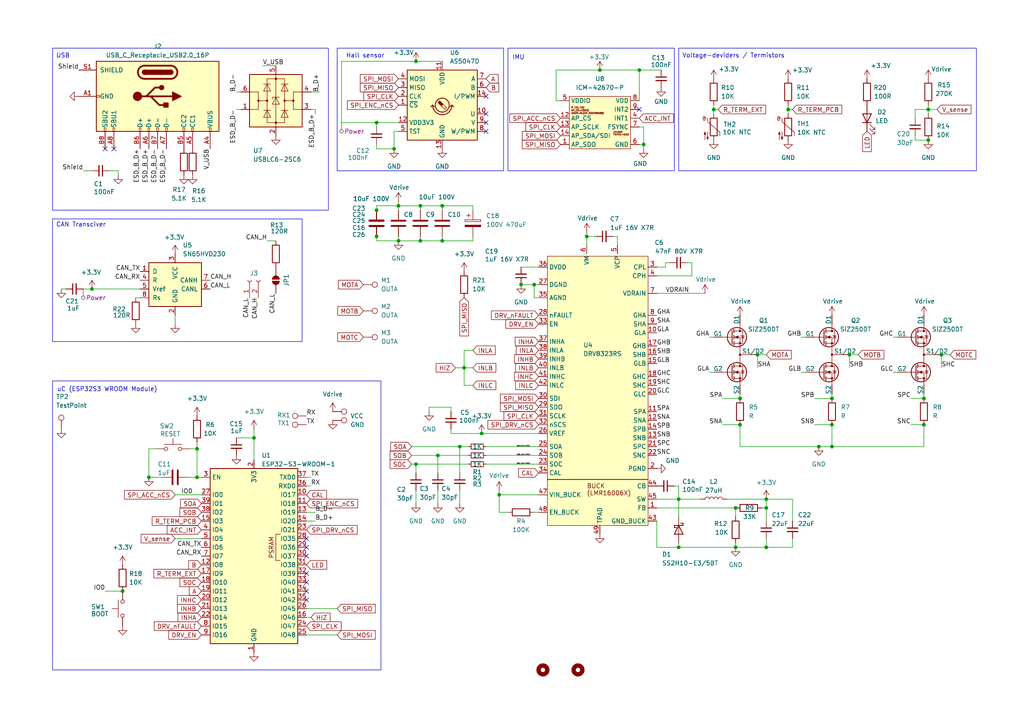
<source format=kicad_sch>
(kicad_sch
	(version 20231120)
	(generator "eeschema")
	(generator_version "8.0")
	(uuid "61527e19-2556-4103-af6a-a1f2e8aebbfc")
	(paper "A4")
	
	(junction
		(at 273.05 102.87)
		(diameter 0)
		(color 0 0 0 0)
		(uuid "0397b7ec-ca2e-4d7c-80bc-4658c9ad64da")
	)
	(junction
		(at 128.27 69.85)
		(diameter 0)
		(color 0 0 0 0)
		(uuid "0bb50e73-f6c1-4138-b7a8-0de14a265602")
	)
	(junction
		(at 26.67 83.82)
		(diameter 0)
		(color 0 0 0 0)
		(uuid "11e90057-1b94-4ee4-aa74-eb7ca97f056a")
	)
	(junction
		(at 109.22 35.56)
		(diameter 0)
		(color 0 0 0 0)
		(uuid "13892e05-fc83-401d-af75-94aaba43df4f")
	)
	(junction
		(at 109.22 68.58)
		(diameter 0)
		(color 0 0 0 0)
		(uuid "16a9a5d5-f1e6-41e9-ba60-0af38a374834")
	)
	(junction
		(at 186.69 41.91)
		(diameter 0)
		(color 0 0 0 0)
		(uuid "1750e9ff-8759-4d46-aecd-3edcc8e67e29")
	)
	(junction
		(at 222.25 147.32)
		(diameter 0)
		(color 0 0 0 0)
		(uuid "17e416e9-2a01-4190-a151-db48b1b1293c")
	)
	(junction
		(at 214.63 115.57)
		(diameter 0)
		(color 0 0 0 0)
		(uuid "19c3c244-869c-4e6c-9779-ce4dc7c7c00d")
	)
	(junction
		(at 213.36 158.75)
		(diameter 0)
		(color 0 0 0 0)
		(uuid "211c7462-3735-4841-9c6a-2498a829332a")
	)
	(junction
		(at 222.25 158.75)
		(diameter 0)
		(color 0 0 0 0)
		(uuid "26101b5b-0b53-43e3-b2a4-e9753c5b86d9")
	)
	(junction
		(at 213.36 147.32)
		(diameter 0)
		(color 0 0 0 0)
		(uuid "2af2b415-851d-4dee-acc4-8c1d37f55004")
	)
	(junction
		(at 120.65 134.62)
		(diameter 0)
		(color 0 0 0 0)
		(uuid "2cfd6016-80fa-48b2-b6e3-2dc98749bf93")
	)
	(junction
		(at 57.15 138.43)
		(diameter 0)
		(color 0 0 0 0)
		(uuid "3a6340b0-ebde-45cd-93f8-4148dc4e6590")
	)
	(junction
		(at 246.38 102.87)
		(diameter 0)
		(color 0 0 0 0)
		(uuid "3e65267f-c0b7-43d3-956d-d9f1e49990d2")
	)
	(junction
		(at 114.3 43.18)
		(diameter 0)
		(color 0 0 0 0)
		(uuid "4783df93-82a2-40dd-b54d-c78d53a58b62")
	)
	(junction
		(at 134.62 106.68)
		(diameter 0)
		(color 0 0 0 0)
		(uuid "4953365e-e73f-4748-93dc-ef64c513e0a0")
	)
	(junction
		(at 35.56 171.45)
		(diameter 0)
		(color 0 0 0 0)
		(uuid "4a8d10f3-684e-4122-abd9-c4db5d62dad6")
	)
	(junction
		(at 267.97 115.57)
		(diameter 0)
		(color 0 0 0 0)
		(uuid "4cdb02b7-43b3-434c-b8f2-72548de4b741")
	)
	(junction
		(at 144.78 143.51)
		(diameter 0)
		(color 0 0 0 0)
		(uuid "51b5d669-54af-4c1a-9243-cd3bea59cdc3")
	)
	(junction
		(at 139.7 125.73)
		(diameter 0)
		(color 0 0 0 0)
		(uuid "593643c9-2581-4e5b-acef-b7bcc399b886")
	)
	(junction
		(at 151.13 82.55)
		(diameter 0)
		(color 0 0 0 0)
		(uuid "5a1cf80c-955c-4871-8195-dacb70161b58")
	)
	(junction
		(at 219.71 102.87)
		(diameter 0)
		(color 0 0 0 0)
		(uuid "5b6aed1d-1f8d-4065-94a7-6a4a07be897f")
	)
	(junction
		(at 73.66 127)
		(diameter 0)
		(color 0 0 0 0)
		(uuid "671be447-7df0-4260-b6ff-ece6b464b211")
	)
	(junction
		(at 196.85 144.78)
		(diameter 0)
		(color 0 0 0 0)
		(uuid "72e940d6-32e3-44bc-8dae-66c8c996c187")
	)
	(junction
		(at 185.42 20.32)
		(diameter 0)
		(color 0 0 0 0)
		(uuid "7a800895-4932-406f-b2cd-79fe36be114d")
	)
	(junction
		(at 173.99 20.32)
		(diameter 0)
		(color 0 0 0 0)
		(uuid "7e06a4bc-e6c3-4992-aee7-95a92b7dacdf")
	)
	(junction
		(at 128.27 59.69)
		(diameter 0)
		(color 0 0 0 0)
		(uuid "83c71ecf-cacc-463d-b1e6-e7c7ecc6a6f3")
	)
	(junction
		(at 207.01 31.75)
		(diameter 0)
		(color 0 0 0 0)
		(uuid "85c3527f-0613-4f22-b05f-784978630301")
	)
	(junction
		(at 57.15 130.175)
		(diameter 0)
		(color 0 0 0 0)
		(uuid "896e691e-af9a-4393-af52-0f7480011813")
	)
	(junction
		(at 214.63 123.19)
		(diameter 0)
		(color 0 0 0 0)
		(uuid "896f9c14-60c7-471c-92a1-6ee6fef3d1ff")
	)
	(junction
		(at 121.92 69.85)
		(diameter 0)
		(color 0 0 0 0)
		(uuid "9518af15-a4d8-4d45-942c-ff9812e30013")
	)
	(junction
		(at 115.57 59.69)
		(diameter 0)
		(color 0 0 0 0)
		(uuid "95f33719-9f0b-4ddc-9471-c3c9c5b24a4f")
	)
	(junction
		(at 269.24 40.64)
		(diameter 0)
		(color 0 0 0 0)
		(uuid "973d4683-b7ea-4e5c-a6f3-cd1a6af5e9a6")
	)
	(junction
		(at 241.3 129.54)
		(diameter 0)
		(color 0 0 0 0)
		(uuid "a58529bd-f061-4ad9-ad27-64cb46bb1c4a")
	)
	(junction
		(at 269.24 31.75)
		(diameter 0)
		(color 0 0 0 0)
		(uuid "a6228a34-e5f9-4963-9f24-f99a62766710")
	)
	(junction
		(at 115.57 69.85)
		(diameter 0)
		(color 0 0 0 0)
		(uuid "a81e5768-7f59-4388-b894-3fd123ca3444")
	)
	(junction
		(at 222.25 144.78)
		(diameter 0)
		(color 0 0 0 0)
		(uuid "c1224f00-793d-47d8-ae35-797ce2c5d6be")
	)
	(junction
		(at 43.18 138.43)
		(diameter 0)
		(color 0 0 0 0)
		(uuid "c240a5e4-25a5-4952-9e64-f9ce81bddbe6")
	)
	(junction
		(at 228.6 31.75)
		(diameter 0)
		(color 0 0 0 0)
		(uuid "cac58f90-c156-47a1-8f2b-332ce42d5e41")
	)
	(junction
		(at 237.49 129.54)
		(diameter 0)
		(color 0 0 0 0)
		(uuid "cae3805f-9921-468e-b0e3-f2ab50ce01f2")
	)
	(junction
		(at 133.35 129.54)
		(diameter 0)
		(color 0 0 0 0)
		(uuid "ce17d290-3265-4b3e-a8cf-d6e2a6d08c21")
	)
	(junction
		(at 127 132.08)
		(diameter 0)
		(color 0 0 0 0)
		(uuid "d65aeea5-4182-40e4-a6f1-dac2731cdda5")
	)
	(junction
		(at 120.65 17.78)
		(diameter 0)
		(color 0 0 0 0)
		(uuid "d841e26f-abf0-4726-b67b-ab4ef5e294ae")
	)
	(junction
		(at 241.3 123.19)
		(diameter 0)
		(color 0 0 0 0)
		(uuid "d9ef186f-7b55-4dbc-b60d-5f52774d5b2d")
	)
	(junction
		(at 241.3 115.57)
		(diameter 0)
		(color 0 0 0 0)
		(uuid "e1591f83-994a-49b0-b948-6cde9f870912")
	)
	(junction
		(at 121.92 59.69)
		(diameter 0)
		(color 0 0 0 0)
		(uuid "ecb0c12d-373a-4679-9d6a-64ac7ac32eda")
	)
	(junction
		(at 170.18 68.58)
		(diameter 0)
		(color 0 0 0 0)
		(uuid "f2212503-ba0d-4379-9668-07e3ff6a8f54")
	)
	(junction
		(at 154.94 82.55)
		(diameter 0)
		(color 0 0 0 0)
		(uuid "f6d688b1-7472-4ae6-9730-20ff3d8f06f4")
	)
	(junction
		(at 109.22 60.96)
		(diameter 0)
		(color 0 0 0 0)
		(uuid "f9d093e0-3cab-47a6-9bdb-bd455d67fe66")
	)
	(junction
		(at 267.97 123.19)
		(diameter 0)
		(color 0 0 0 0)
		(uuid "fc44f9e6-d729-4d7b-8196-0ab4e37acebc")
	)
	(junction
		(at 196.85 158.75)
		(diameter 0)
		(color 0 0 0 0)
		(uuid "fcb2e09a-9fc9-432c-aa9d-6737c14dd3e6")
	)
	(no_connect
		(at 140.97 38.1)
		(uuid "0b2fc10b-b0bf-40d2-a22f-5ee961935b54")
	)
	(no_connect
		(at 140.97 35.56)
		(uuid "20467ca5-f2f7-4411-a35c-4c9eee8acf54")
	)
	(no_connect
		(at 88.9 156.21)
		(uuid "21b389bf-8544-4ab3-a6af-85dcec061312")
	)
	(no_connect
		(at 88.9 173.99)
		(uuid "251afa6e-a9d1-403b-aeff-f4b0a4576576")
	)
	(no_connect
		(at 88.9 168.91)
		(uuid "61f4fb37-3eb0-494a-9af1-0e95d0346d74")
	)
	(no_connect
		(at 185.42 31.75)
		(uuid "71344437-3b87-4b50-a216-c6ba97a47fb3")
	)
	(no_connect
		(at 88.9 158.75)
		(uuid "73d93d17-fc44-4448-b6fe-6e9ac6004424")
	)
	(no_connect
		(at 30.48 43.18)
		(uuid "92bb5834-73c4-4919-8454-1c2723dce2fc")
	)
	(no_connect
		(at 140.97 27.94)
		(uuid "a98c05ed-3720-4e02-ad8e-187e94c67eeb")
	)
	(no_connect
		(at 88.9 161.29)
		(uuid "ada70651-de70-40f7-954e-5002d2db60ca")
	)
	(no_connect
		(at 33.02 43.18)
		(uuid "aed5293d-dfb3-4aed-8a82-23faff8d1c3e")
	)
	(no_connect
		(at 88.9 171.45)
		(uuid "e090aef1-90b4-4f62-9c33-2322617bbdfc")
	)
	(no_connect
		(at 140.97 33.02)
		(uuid "f1224bc5-06a4-4046-9e87-998a27249675")
	)
	(no_connect
		(at 88.9 166.37)
		(uuid "fdd7f21f-3aa0-48c1-bf4a-ccbd57068997")
	)
	(wire
		(pts
			(xy 97.79 184.15) (xy 88.9 184.15)
		)
		(stroke
			(width 0)
			(type default)
		)
		(uuid "011a5d79-3e4b-4425-8120-1a65eed59d42")
	)
	(wire
		(pts
			(xy 137.16 69.85) (xy 137.16 68.58)
		)
		(stroke
			(width 0)
			(type default)
		)
		(uuid "02399785-cf3a-4c27-bc42-2a1f92507cc4")
	)
	(wire
		(pts
			(xy 137.16 101.6) (xy 134.62 101.6)
		)
		(stroke
			(width 0)
			(type default)
		)
		(uuid "02be5661-f803-4d08-8298-99999d7979a2")
	)
	(wire
		(pts
			(xy 34.29 49.53) (xy 34.29 50.8)
		)
		(stroke
			(width 0)
			(type default)
		)
		(uuid "03a53043-347b-443c-bcb9-3b8e4fc834a0")
	)
	(wire
		(pts
			(xy 97.79 176.53) (xy 88.9 176.53)
		)
		(stroke
			(width 0)
			(type default)
		)
		(uuid "043b2b38-9be3-4631-9755-1969b406c865")
	)
	(wire
		(pts
			(xy 200.66 76.2) (xy 200.66 80.01)
		)
		(stroke
			(width 0)
			(type default)
		)
		(uuid "06672801-f105-48ec-8636-7d9f4453f3c7")
	)
	(wire
		(pts
			(xy 222.25 144.78) (xy 222.25 147.32)
		)
		(stroke
			(width 0)
			(type default)
		)
		(uuid "083b6962-58c5-4368-92df-443c7b178cf5")
	)
	(wire
		(pts
			(xy 154.94 148.59) (xy 156.21 148.59)
		)
		(stroke
			(width 0)
			(type default)
		)
		(uuid "086f5a7f-036a-443d-a599-39a88c93e930")
	)
	(wire
		(pts
			(xy 128.27 69.85) (xy 137.16 69.85)
		)
		(stroke
			(width 0)
			(type default)
		)
		(uuid "0bf16416-56b8-4a46-aee4-83ec5a9a0caa")
	)
	(wire
		(pts
			(xy 121.92 69.85) (xy 121.92 68.58)
		)
		(stroke
			(width 0)
			(type default)
		)
		(uuid "0c5309a2-f22f-473b-87e3-ec003e6b0cb5")
	)
	(wire
		(pts
			(xy 90.17 179.07) (xy 88.9 179.07)
		)
		(stroke
			(width 0)
			(type default)
		)
		(uuid "0e000798-0b4f-4290-a002-c6ade454ebfb")
	)
	(wire
		(pts
			(xy 236.22 123.19) (xy 241.3 123.19)
		)
		(stroke
			(width 0)
			(type default)
		)
		(uuid "0eba78d8-fec3-4cc6-ac50-831ecd53a829")
	)
	(wire
		(pts
			(xy 115.57 69.85) (xy 115.57 68.58)
		)
		(stroke
			(width 0)
			(type default)
		)
		(uuid "0ff71ec6-daa6-417e-ad74-711e61e9af7e")
	)
	(wire
		(pts
			(xy 229.87 158.75) (xy 222.25 158.75)
		)
		(stroke
			(width 0)
			(type default)
		)
		(uuid "108587d5-a458-4922-ac1d-576932457a00")
	)
	(wire
		(pts
			(xy 229.87 151.13) (xy 229.87 144.78)
		)
		(stroke
			(width 0)
			(type default)
		)
		(uuid "132dbce9-9249-443d-b5b3-5c0dfb37af9e")
	)
	(wire
		(pts
			(xy 246.38 102.87) (xy 246.38 106.68)
		)
		(stroke
			(width 0)
			(type default)
		)
		(uuid "1365553e-510d-499e-9486-7cc34328dfb8")
	)
	(wire
		(pts
			(xy 259.08 97.79) (xy 260.35 97.79)
		)
		(stroke
			(width 0)
			(type default)
		)
		(uuid "13a4e963-0594-4b9b-87b3-57fca33144c1")
	)
	(wire
		(pts
			(xy 91.44 33.02) (xy 91.44 31.75)
		)
		(stroke
			(width 0)
			(type default)
		)
		(uuid "156d26ff-5497-454b-b8a6-198d32f27973")
	)
	(wire
		(pts
			(xy 214.63 123.19) (xy 214.63 129.54)
		)
		(stroke
			(width 0)
			(type default)
		)
		(uuid "18a8c47c-be01-4c87-ab30-608c31cc4353")
	)
	(wire
		(pts
			(xy 124.46 119.38) (xy 124.46 118.11)
		)
		(stroke
			(width 0)
			(type default)
		)
		(uuid "18d75c01-e5d4-4507-b4bc-613031109c08")
	)
	(wire
		(pts
			(xy 186.69 36.83) (xy 186.69 41.91)
		)
		(stroke
			(width 0)
			(type default)
		)
		(uuid "18e246f3-2dc8-4797-830e-6de38b90f2a4")
	)
	(wire
		(pts
			(xy 154.94 82.55) (xy 154.94 86.36)
		)
		(stroke
			(width 0)
			(type default)
		)
		(uuid "18ee7d1f-d2b8-4ae5-a1a4-a3e2a989c744")
	)
	(wire
		(pts
			(xy 185.42 41.91) (xy 186.69 41.91)
		)
		(stroke
			(width 0)
			(type default)
		)
		(uuid "1987412e-d632-462a-b91b-be771913f21d")
	)
	(wire
		(pts
			(xy 130.81 118.11) (xy 130.81 119.38)
		)
		(stroke
			(width 0)
			(type default)
		)
		(uuid "1be4c169-afd6-4dc3-aa26-203f95f2e2e0")
	)
	(wire
		(pts
			(xy 114.3 38.1) (xy 114.3 43.18)
		)
		(stroke
			(width 0)
			(type default)
		)
		(uuid "1dec9108-99b6-4fc5-85d7-d54f12995f67")
	)
	(wire
		(pts
			(xy 124.46 118.11) (xy 130.81 118.11)
		)
		(stroke
			(width 0)
			(type default)
		)
		(uuid "1ef15a4a-fefe-4ab5-8a6e-435a6d445150")
	)
	(wire
		(pts
			(xy 190.5 77.47) (xy 193.04 77.47)
		)
		(stroke
			(width 0)
			(type default)
		)
		(uuid "1f52c2f2-758d-47ad-b55d-739484ce21cc")
	)
	(wire
		(pts
			(xy 121.92 69.85) (xy 128.27 69.85)
		)
		(stroke
			(width 0)
			(type default)
		)
		(uuid "2014b7e5-2955-440a-b2f8-cb557845122f")
	)
	(wire
		(pts
			(xy 170.18 68.58) (xy 172.72 68.58)
		)
		(stroke
			(width 0)
			(type default)
		)
		(uuid "21921f70-d1da-4e09-930b-fb9f14925f88")
	)
	(wire
		(pts
			(xy 179.07 68.58) (xy 179.07 71.12)
		)
		(stroke
			(width 0)
			(type default)
		)
		(uuid "229dd84a-09aa-4fb2-bc9b-b320fd2456d9")
	)
	(wire
		(pts
			(xy 228.6 30.48) (xy 228.6 31.75)
		)
		(stroke
			(width 0)
			(type default)
		)
		(uuid "22b53faf-6deb-4e3e-9ebf-83349e801a7c")
	)
	(wire
		(pts
			(xy 170.18 68.58) (xy 170.18 71.12)
		)
		(stroke
			(width 0)
			(type default)
		)
		(uuid "241890ec-3084-4961-9de6-d1ab385e1abc")
	)
	(wire
		(pts
			(xy 91.44 151.13) (xy 88.9 151.13)
		)
		(stroke
			(width 0)
			(type default)
		)
		(uuid "2431546a-3d1d-4144-847a-51929e5b33a4")
	)
	(wire
		(pts
			(xy 177.8 68.58) (xy 179.07 68.58)
		)
		(stroke
			(width 0)
			(type default)
		)
		(uuid "249ea630-43fe-4b59-9b9b-411d9360f2b0")
	)
	(wire
		(pts
			(xy 229.87 144.78) (xy 222.25 144.78)
		)
		(stroke
			(width 0)
			(type default)
		)
		(uuid "24e41f31-8000-46b0-96a4-39634b63b2ca")
	)
	(wire
		(pts
			(xy 43.18 130.175) (xy 43.18 138.43)
		)
		(stroke
			(width 0)
			(type default)
		)
		(uuid "25552927-ff46-4e4c-a97a-5ecab71cd9eb")
	)
	(wire
		(pts
			(xy 130.81 124.46) (xy 130.81 125.73)
		)
		(stroke
			(width 0)
			(type default)
		)
		(uuid "27272e84-7f0e-4353-a346-290371e68c04")
	)
	(wire
		(pts
			(xy 127 137.16) (xy 127 132.08)
		)
		(stroke
			(width 0)
			(type default)
		)
		(uuid "286396ee-3788-4771-b192-a74701a20357")
	)
	(wire
		(pts
			(xy 214.63 115.57) (xy 214.63 114.3)
		)
		(stroke
			(width 0)
			(type default)
		)
		(uuid "2b2af486-7486-47da-96f1-c2d05f60b703")
	)
	(wire
		(pts
			(xy 237.49 129.54) (xy 241.3 129.54)
		)
		(stroke
			(width 0)
			(type default)
		)
		(uuid "2cd4e412-d39c-4680-8482-d672658e1124")
	)
	(wire
		(pts
			(xy 241.3 123.19) (xy 241.3 129.54)
		)
		(stroke
			(width 0)
			(type default)
		)
		(uuid "2d5e46b0-0455-453a-9a0a-774532d90479")
	)
	(wire
		(pts
			(xy 50.8 156.21) (xy 58.42 156.21)
		)
		(stroke
			(width 0)
			(type default)
		)
		(uuid "313ac65a-1bb8-43c3-980d-08a616c912a8")
	)
	(wire
		(pts
			(xy 73.66 127) (xy 73.66 133.35)
		)
		(stroke
			(width 0)
			(type default)
		)
		(uuid "31a822d6-14ce-4f29-b467-47e49e7c00b9")
	)
	(wire
		(pts
			(xy 219.71 102.87) (xy 219.71 106.68)
		)
		(stroke
			(width 0)
			(type default)
		)
		(uuid "3239172c-f328-438e-bae8-9f99350c8d81")
	)
	(wire
		(pts
			(xy 91.44 148.59) (xy 88.9 148.59)
		)
		(stroke
			(width 0)
			(type default)
		)
		(uuid "35b54aa2-84f8-4cca-83bd-30b267063e1e")
	)
	(wire
		(pts
			(xy 264.16 115.57) (xy 267.97 115.57)
		)
		(stroke
			(width 0)
			(type default)
		)
		(uuid "360362bf-2e46-4eaf-a44b-edc87c60ecfd")
	)
	(wire
		(pts
			(xy 264.16 123.19) (xy 267.97 123.19)
		)
		(stroke
			(width 0)
			(type default)
		)
		(uuid "365574d6-3830-4de3-89f9-90e04732cad7")
	)
	(wire
		(pts
			(xy 133.35 129.54) (xy 135.89 129.54)
		)
		(stroke
			(width 0)
			(type default)
		)
		(uuid "39499314-ce31-4bc9-b633-cd4d8191eaf6")
	)
	(wire
		(pts
			(xy 133.35 129.54) (xy 133.35 137.16)
		)
		(stroke
			(width 0)
			(type default)
		)
		(uuid "3b02e597-d4ed-42b0-ba3c-b933cabf679e")
	)
	(wire
		(pts
			(xy 31.75 49.53) (xy 34.29 49.53)
		)
		(stroke
			(width 0)
			(type default)
		)
		(uuid "3b037d17-1c6a-464d-8330-def05a88e58e")
	)
	(wire
		(pts
			(xy 140.97 134.62) (xy 156.21 134.62)
		)
		(stroke
			(width 0)
			(type default)
		)
		(uuid "3d814851-48a3-432a-baf5-fd91d68f0148")
	)
	(wire
		(pts
			(xy 269.24 33.02) (xy 269.24 31.75)
		)
		(stroke
			(width 0)
			(type default)
		)
		(uuid "3df087e6-6f29-4b42-9fbf-3e5d57bed7ba")
	)
	(wire
		(pts
			(xy 246.38 102.87) (xy 248.92 102.87)
		)
		(stroke
			(width 0)
			(type default)
		)
		(uuid "3e8e5072-67bc-4e98-904d-733d711569bb")
	)
	(wire
		(pts
			(xy 190.5 144.78) (xy 196.85 144.78)
		)
		(stroke
			(width 0)
			(type default)
		)
		(uuid "3edef3bc-f9dd-47e8-9025-5198710296cd")
	)
	(wire
		(pts
			(xy 43.18 130.175) (xy 45.085 130.175)
		)
		(stroke
			(width 0)
			(type default)
		)
		(uuid "40be994a-77eb-42d6-ba72-d94b5d1d31f9")
	)
	(wire
		(pts
			(xy 55.245 130.175) (xy 57.15 130.175)
		)
		(stroke
			(width 0)
			(type default)
		)
		(uuid "4549d210-f376-4bc9-8dad-a8f64f085982")
	)
	(wire
		(pts
			(xy 109.22 69.85) (xy 109.22 68.58)
		)
		(stroke
			(width 0)
			(type default)
		)
		(uuid "493ada15-5bd9-4fb1-9ade-d3a0c87b5b1b")
	)
	(wire
		(pts
			(xy 190.5 85.09) (xy 204.47 85.09)
		)
		(stroke
			(width 0)
			(type default)
		)
		(uuid "49c357f5-07de-4bd7-a6b4-c52c73d41390")
	)
	(wire
		(pts
			(xy 43.18 138.43) (xy 46.99 138.43)
		)
		(stroke
			(width 0)
			(type default)
		)
		(uuid "4b0d0e63-c074-4c4a-a31d-707f2966482f")
	)
	(wire
		(pts
			(xy 109.22 59.69) (xy 115.57 59.69)
		)
		(stroke
			(width 0)
			(type default)
		)
		(uuid "4ca51d73-c805-4011-889a-ea930a38b272")
	)
	(wire
		(pts
			(xy 132.08 106.68) (xy 134.62 106.68)
		)
		(stroke
			(width 0)
			(type default)
		)
		(uuid "4d78f852-e4d1-4dc2-a1db-101c6ea42d1d")
	)
	(wire
		(pts
			(xy 68.58 26.67) (xy 69.85 26.67)
		)
		(stroke
			(width 0)
			(type default)
		)
		(uuid "4ffaba3b-c1d0-443a-be22-0dc686904689")
	)
	(wire
		(pts
			(xy 130.81 125.73) (xy 139.7 125.73)
		)
		(stroke
			(width 0)
			(type default)
		)
		(uuid "51b32f4a-46de-482e-ac26-8f7219840313")
	)
	(wire
		(pts
			(xy 127 132.08) (xy 119.38 132.08)
		)
		(stroke
			(width 0)
			(type default)
		)
		(uuid "57b85ff9-d518-4a4e-a249-232a442c2ec9")
	)
	(wire
		(pts
			(xy 200.66 80.01) (xy 190.5 80.01)
		)
		(stroke
			(width 0)
			(type default)
		)
		(uuid "582c2de0-7b90-477c-a4e1-8715f46525f9")
	)
	(wire
		(pts
			(xy 115.57 59.69) (xy 121.92 59.69)
		)
		(stroke
			(width 0)
			(type default)
		)
		(uuid "58a6b3aa-8ac2-4105-933b-5fa9bfcd31ff")
	)
	(wire
		(pts
			(xy 220.98 147.32) (xy 222.25 147.32)
		)
		(stroke
			(width 0)
			(type default)
		)
		(uuid "5cc05397-b382-418b-a866-48ed5b04c668")
	)
	(wire
		(pts
			(xy 151.13 77.47) (xy 156.21 77.47)
		)
		(stroke
			(width 0)
			(type default)
		)
		(uuid "5e028161-c6b0-487b-8a12-7555677b3dfe")
	)
	(wire
		(pts
			(xy 241.3 129.54) (xy 267.97 129.54)
		)
		(stroke
			(width 0)
			(type default)
		)
		(uuid "5f9a75f0-b40d-4cb8-a127-deda52cc5d2e")
	)
	(wire
		(pts
			(xy 275.59 102.87) (xy 273.05 102.87)
		)
		(stroke
			(width 0)
			(type default)
		)
		(uuid "60e4b5ba-8946-4920-8ad9-52141f6a7fb3")
	)
	(wire
		(pts
			(xy 139.7 125.73) (xy 156.21 125.73)
		)
		(stroke
			(width 0)
			(type default)
		)
		(uuid "63fb89c8-e842-47ec-ae6a-f9890685f1b5")
	)
	(wire
		(pts
			(xy 99.06 17.78) (xy 99.06 35.56)
		)
		(stroke
			(width 0)
			(type default)
		)
		(uuid "64bf74ea-2810-472e-84ba-74b2c3c7dbe4")
	)
	(wire
		(pts
			(xy 68.58 127) (xy 73.66 127)
		)
		(stroke
			(width 0)
			(type default)
		)
		(uuid "66085653-3f93-4f80-af60-b3ecdbbb4c28")
	)
	(wire
		(pts
			(xy 137.16 111.76) (xy 134.62 111.76)
		)
		(stroke
			(width 0)
			(type default)
		)
		(uuid "68584cea-a3fe-4718-9754-3379fcca38bd")
	)
	(wire
		(pts
			(xy 109.22 35.56) (xy 115.57 35.56)
		)
		(stroke
			(width 0)
			(type default)
		)
		(uuid "68b25a38-02b3-4323-b5f8-5c220ce3027b")
	)
	(wire
		(pts
			(xy 205.74 97.79) (xy 207.01 97.79)
		)
		(stroke
			(width 0)
			(type default)
		)
		(uuid "6939d6bb-a446-4d47-a6c1-e051e12a1198")
	)
	(wire
		(pts
			(xy 77.47 69.85) (xy 80.01 69.85)
		)
		(stroke
			(width 0)
			(type default)
		)
		(uuid "6959912c-64fa-4050-9e8e-09a47d9cb85a")
	)
	(wire
		(pts
			(xy 265.43 39.37) (xy 265.43 40.64)
		)
		(stroke
			(width 0)
			(type default)
		)
		(uuid "6a685534-d461-4050-8d02-44acb5a1c263")
	)
	(wire
		(pts
			(xy 196.85 158.75) (xy 196.85 157.48)
		)
		(stroke
			(width 0)
			(type default)
		)
		(uuid "6b829803-2c68-4525-9fa2-f9633c05895b")
	)
	(wire
		(pts
			(xy 120.65 134.62) (xy 135.89 134.62)
		)
		(stroke
			(width 0)
			(type default)
		)
		(uuid "6cef0e85-7259-40be-be80-cb6a812510f0")
	)
	(wire
		(pts
			(xy 120.65 142.24) (xy 120.65 146.05)
		)
		(stroke
			(width 0)
			(type default)
		)
		(uuid "6f3d197e-6761-41ee-8be7-095c68d7f55b")
	)
	(wire
		(pts
			(xy 207.01 31.75) (xy 207.01 33.02)
		)
		(stroke
			(width 0)
			(type default)
		)
		(uuid "70f96ed4-049b-4c1b-9632-f67e25667ea0")
	)
	(wire
		(pts
			(xy 151.13 82.55) (xy 154.94 82.55)
		)
		(stroke
			(width 0)
			(type default)
		)
		(uuid "76dfef7e-01f2-4e4f-a3a3-f1fba4f05c6f")
	)
	(wire
		(pts
			(xy 241.3 115.57) (xy 241.3 114.3)
		)
		(stroke
			(width 0)
			(type default)
		)
		(uuid "7ab1206b-8290-4eda-8340-15c7a9c2775e")
	)
	(wire
		(pts
			(xy 196.85 144.78) (xy 203.2 144.78)
		)
		(stroke
			(width 0)
			(type default)
		)
		(uuid "7cfda0e8-0a24-4fff-bf81-5ab291093829")
	)
	(wire
		(pts
			(xy 267.97 123.19) (xy 267.97 129.54)
		)
		(stroke
			(width 0)
			(type default)
		)
		(uuid "7d7f14b6-83c2-4989-b27f-cd658b6eb11d")
	)
	(wire
		(pts
			(xy 120.65 134.62) (xy 119.38 134.62)
		)
		(stroke
			(width 0)
			(type default)
		)
		(uuid "8103f168-84ed-481d-8100-17cc14df118e")
	)
	(wire
		(pts
			(xy 232.41 97.79) (xy 233.68 97.79)
		)
		(stroke
			(width 0)
			(type default)
		)
		(uuid "8212911f-ed41-4e78-9eaa-bb8e0fa9b291")
	)
	(wire
		(pts
			(xy 133.35 142.24) (xy 133.35 146.05)
		)
		(stroke
			(width 0)
			(type default)
		)
		(uuid "8333a854-ac0e-4220-b7ea-1c2434fbe9b5")
	)
	(wire
		(pts
			(xy 190.5 158.75) (xy 196.85 158.75)
		)
		(stroke
			(width 0)
			(type default)
		)
		(uuid "83c8fe8c-9c3b-490e-b425-4f3030d63b9d")
	)
	(wire
		(pts
			(xy 161.29 20.32) (xy 161.29 29.21)
		)
		(stroke
			(width 0)
			(type default)
		)
		(uuid "84ebf2eb-fa70-466b-9d6c-21522272397a")
	)
	(wire
		(pts
			(xy 88.9 140.97) (xy 90.17 140.97)
		)
		(stroke
			(width 0)
			(type default)
		)
		(uuid "85367b86-3d24-47f1-897b-1734bbb6e28e")
	)
	(wire
		(pts
			(xy 109.22 43.18) (xy 114.3 43.18)
		)
		(stroke
			(width 0)
			(type default)
		)
		(uuid "869bbc3e-3770-464b-9d51-ea5ec20d67b7")
	)
	(wire
		(pts
			(xy 114.3 38.1) (xy 115.57 38.1)
		)
		(stroke
			(width 0)
			(type default)
		)
		(uuid "86b3713b-2829-454a-8de0-99257c8c7bab")
	)
	(wire
		(pts
			(xy 190.5 158.75) (xy 190.5 151.13)
		)
		(stroke
			(width 0)
			(type default)
		)
		(uuid "87ef8fb0-fa72-458b-9632-1f13c44307c3")
	)
	(wire
		(pts
			(xy 115.57 58.42) (xy 115.57 59.69)
		)
		(stroke
			(width 0)
			(type default)
		)
		(uuid "88ebcec4-a624-405d-8d7f-6c33f2712a37")
	)
	(wire
		(pts
			(xy 265.43 40.64) (xy 269.24 40.64)
		)
		(stroke
			(width 0)
			(type default)
		)
		(uuid "896b32bf-cc2a-4a06-ba26-2faec2990fea")
	)
	(wire
		(pts
			(xy 185.42 20.32) (xy 185.42 29.21)
		)
		(stroke
			(width 0)
			(type default)
		)
		(uuid "89b5954e-6e5d-4b55-8f9b-68ee2cef91ca")
	)
	(wire
		(pts
			(xy 271.78 31.75) (xy 269.24 31.75)
		)
		(stroke
			(width 0)
			(type default)
		)
		(uuid "8a6a9fd7-0837-49b3-9c4c-22d92bcceb45")
	)
	(wire
		(pts
			(xy 39.37 86.36) (xy 40.64 86.36)
		)
		(stroke
			(width 0)
			(type default)
		)
		(uuid "8b9f922a-0e48-4c9e-9b03-f7c065a2f68e")
	)
	(wire
		(pts
			(xy 127 142.24) (xy 127 146.05)
		)
		(stroke
			(width 0)
			(type default)
		)
		(uuid "8e26ec5e-010b-4f62-a532-8910e20dfdb7")
	)
	(wire
		(pts
			(xy 68.58 31.75) (xy 69.85 31.75)
		)
		(stroke
			(width 0)
			(type default)
		)
		(uuid "8f09fd79-f802-41a4-bedd-0c7f8d6326dd")
	)
	(wire
		(pts
			(xy 210.82 144.78) (xy 222.25 144.78)
		)
		(stroke
			(width 0)
			(type default)
		)
		(uuid "8f7adad8-ca65-4899-8423-394d3b880284")
	)
	(wire
		(pts
			(xy 24.13 49.53) (xy 26.67 49.53)
		)
		(stroke
			(width 0)
			(type default)
		)
		(uuid "9025d658-a359-4854-a0c6-a6160ee6ea6d")
	)
	(wire
		(pts
			(xy 265.43 31.75) (xy 269.24 31.75)
		)
		(stroke
			(width 0)
			(type default)
		)
		(uuid "91a45817-9fce-4213-b2bc-8ebd3024e1a0")
	)
	(wire
		(pts
			(xy 154.94 82.55) (xy 156.21 82.55)
		)
		(stroke
			(width 0)
			(type default)
		)
		(uuid "933bd77c-0ad7-4fd9-a162-84e4c700dcd9")
	)
	(wire
		(pts
			(xy 190.5 147.32) (xy 213.36 147.32)
		)
		(stroke
			(width 0)
			(type default)
		)
		(uuid "933d9815-4008-4442-8062-036cc373ed9c")
	)
	(wire
		(pts
			(xy 199.39 76.2) (xy 200.66 76.2)
		)
		(stroke
			(width 0)
			(type default)
		)
		(uuid "939f944b-5802-482e-8415-d522c9b7d79d")
	)
	(wire
		(pts
			(xy 209.55 115.57) (xy 214.63 115.57)
		)
		(stroke
			(width 0)
			(type default)
		)
		(uuid "970a34d6-31d9-4f15-b645-2fbde8aa5673")
	)
	(wire
		(pts
			(xy 191.77 20.32) (xy 185.42 20.32)
		)
		(stroke
			(width 0)
			(type default)
		)
		(uuid "9951e5bd-eb9b-49fe-946d-ab7d8c0c136e")
	)
	(wire
		(pts
			(xy 121.92 59.69) (xy 128.27 59.69)
		)
		(stroke
			(width 0)
			(type default)
		)
		(uuid "99547f1d-af51-4d31-bb2a-45ccbf19b67d")
	)
	(wire
		(pts
			(xy 119.38 129.54) (xy 133.35 129.54)
		)
		(stroke
			(width 0)
			(type default)
		)
		(uuid "99587cc0-6319-4dba-918a-fe8a812f34ca")
	)
	(wire
		(pts
			(xy 88.9 138.43) (xy 90.17 138.43)
		)
		(stroke
			(width 0)
			(type default)
		)
		(uuid "99f57b2a-8dcc-4258-850f-b3faa750a11f")
	)
	(wire
		(pts
			(xy 137.16 59.69) (xy 137.16 60.96)
		)
		(stroke
			(width 0)
			(type default)
		)
		(uuid "9b915910-f4b2-426d-8145-2819fa2c4796")
	)
	(wire
		(pts
			(xy 170.18 67.31) (xy 170.18 68.58)
		)
		(stroke
			(width 0)
			(type default)
		)
		(uuid "9da758bf-79e4-49ba-8a6c-5d34454e9961")
	)
	(wire
		(pts
			(xy 128.27 59.69) (xy 137.16 59.69)
		)
		(stroke
			(width 0)
			(type default)
		)
		(uuid "9f7d72b7-785e-4b3a-ad2c-d379b4107228")
	)
	(wire
		(pts
			(xy 92.71 26.67) (xy 90.17 26.67)
		)
		(stroke
			(width 0)
			(type default)
		)
		(uuid "a11842e9-9cfd-481b-bd53-3a499f5b0a00")
	)
	(wire
		(pts
			(xy 99.06 35.56) (xy 109.22 35.56)
		)
		(stroke
			(width 0)
			(type default)
		)
		(uuid "a1d42ee3-5def-4e07-bade-a6560e7f9b8e")
	)
	(wire
		(pts
			(xy 134.62 111.76) (xy 134.62 106.68)
		)
		(stroke
			(width 0)
			(type default)
		)
		(uuid "a3209d69-e3bb-4cf2-8a8d-ec2521a390fd")
	)
	(wire
		(pts
			(xy 222.25 147.32) (xy 222.25 151.13)
		)
		(stroke
			(width 0)
			(type default)
		)
		(uuid "a4498da6-ed85-4c9b-8e6c-dd4adf264e13")
	)
	(wire
		(pts
			(xy 57.15 128.27) (xy 57.15 130.175)
		)
		(stroke
			(width 0)
			(type default)
		)
		(uuid "a4a08e94-56e1-4eb3-ab7b-2da7b729bc4f")
	)
	(wire
		(pts
			(xy 109.22 60.96) (xy 109.22 59.69)
		)
		(stroke
			(width 0)
			(type default)
		)
		(uuid "a54db69c-fe8a-402d-9f49-5fd9842b1ede")
	)
	(wire
		(pts
			(xy 140.97 132.08) (xy 156.21 132.08)
		)
		(stroke
			(width 0)
			(type default)
		)
		(uuid "a6256943-225c-463a-ba0f-2d145800da22")
	)
	(wire
		(pts
			(xy 193.04 77.47) (xy 193.04 76.2)
		)
		(stroke
			(width 0)
			(type default)
		)
		(uuid "a637f015-cd8b-447f-b608-4dcf60b9f8b2")
	)
	(wire
		(pts
			(xy 173.99 20.32) (xy 185.42 20.32)
		)
		(stroke
			(width 0)
			(type default)
		)
		(uuid "a687d746-159e-429a-a4b5-64621ddb3a1a")
	)
	(wire
		(pts
			(xy 265.43 34.29) (xy 265.43 31.75)
		)
		(stroke
			(width 0)
			(type default)
		)
		(uuid "ab82b066-2592-4b91-958e-1a2b1dcb807d")
	)
	(wire
		(pts
			(xy 91.44 31.75) (xy 90.17 31.75)
		)
		(stroke
			(width 0)
			(type default)
		)
		(uuid "aea742dd-ca95-4e13-8033-ee1da586a771")
	)
	(wire
		(pts
			(xy 186.69 41.91) (xy 186.69 43.18)
		)
		(stroke
			(width 0)
			(type default)
		)
		(uuid "b11bb6d3-7e8a-4c01-92c4-cf62881d0fc0")
	)
	(wire
		(pts
			(xy 213.36 158.75) (xy 222.25 158.75)
		)
		(stroke
			(width 0)
			(type default)
		)
		(uuid "b1f659de-0df7-489a-b6fa-fba70471e99f")
	)
	(wire
		(pts
			(xy 26.67 83.82) (xy 40.64 83.82)
		)
		(stroke
			(width 0)
			(type default)
		)
		(uuid "b2c401ce-169a-4401-bf10-57465135aa91")
	)
	(wire
		(pts
			(xy 73.66 124.46) (xy 73.66 127)
		)
		(stroke
			(width 0)
			(type default)
		)
		(uuid "b30173bf-58c5-444f-8109-639213e6f125")
	)
	(wire
		(pts
			(xy 196.85 140.97) (xy 195.58 140.97)
		)
		(stroke
			(width 0)
			(type default)
		)
		(uuid "b3626da6-c128-4cae-b584-731fad18b117")
	)
	(wire
		(pts
			(xy 208.28 31.75) (xy 207.01 31.75)
		)
		(stroke
			(width 0)
			(type default)
		)
		(uuid "b376fd8c-5f45-4970-b544-bff1a248fbe0")
	)
	(wire
		(pts
			(xy 99.06 17.78) (xy 120.65 17.78)
		)
		(stroke
			(width 0)
			(type default)
		)
		(uuid "b4e90887-fd1f-42ac-9354-32374163f799")
	)
	(wire
		(pts
			(xy 128.27 69.85) (xy 128.27 68.58)
		)
		(stroke
			(width 0)
			(type default)
		)
		(uuid "b79a512f-54bd-455d-8ed6-05149c0c4ec4")
	)
	(wire
		(pts
			(xy 236.22 115.57) (xy 241.3 115.57)
		)
		(stroke
			(width 0)
			(type default)
		)
		(uuid "b8e8dd65-6e0b-42da-b4e2-f06087a52458")
	)
	(wire
		(pts
			(xy 232.41 107.95) (xy 233.68 107.95)
		)
		(stroke
			(width 0)
			(type default)
		)
		(uuid "ba3a7361-4c1c-45a1-bf46-2835f2105d92")
	)
	(wire
		(pts
			(xy 229.87 156.21) (xy 229.87 158.75)
		)
		(stroke
			(width 0)
			(type default)
		)
		(uuid "ba8caf54-4013-46a8-b50d-9806ec005d07")
	)
	(wire
		(pts
			(xy 228.6 31.75) (xy 228.6 33.02)
		)
		(stroke
			(width 0)
			(type default)
		)
		(uuid "bc5d90eb-ff10-4fdc-ab98-b88ce155668a")
	)
	(wire
		(pts
			(xy 213.36 158.75) (xy 213.36 157.48)
		)
		(stroke
			(width 0)
			(type default)
		)
		(uuid "bd12054a-642d-4adf-b729-2d1f84a44558")
	)
	(wire
		(pts
			(xy 207.01 30.48) (xy 207.01 31.75)
		)
		(stroke
			(width 0)
			(type default)
		)
		(uuid "c10796c5-0e5c-43b7-8bde-ca8c041d2459")
	)
	(wire
		(pts
			(xy 109.22 69.85) (xy 115.57 69.85)
		)
		(stroke
			(width 0)
			(type default)
		)
		(uuid "c1feaa95-35c8-43c2-a386-35b8f865f0ec")
	)
	(wire
		(pts
			(xy 134.62 106.68) (xy 137.16 106.68)
		)
		(stroke
			(width 0)
			(type default)
		)
		(uuid "c21ed720-73a0-4b6d-8487-f09f398bb1de")
	)
	(wire
		(pts
			(xy 144.78 142.24) (xy 144.78 143.51)
		)
		(stroke
			(width 0)
			(type default)
		)
		(uuid "c3700901-eb7e-4fd8-be77-a7ca370659ee")
	)
	(wire
		(pts
			(xy 161.29 20.32) (xy 173.99 20.32)
		)
		(stroke
			(width 0)
			(type default)
		)
		(uuid "c3f0ab5d-b3bd-4079-94c3-d932a321f3df")
	)
	(wire
		(pts
			(xy 209.55 123.19) (xy 214.63 123.19)
		)
		(stroke
			(width 0)
			(type default)
		)
		(uuid "c46368fc-a024-46fa-aea5-3f9742691088")
	)
	(wire
		(pts
			(xy 222.25 156.21) (xy 222.25 158.75)
		)
		(stroke
			(width 0)
			(type default)
		)
		(uuid "c497c688-434f-4845-a760-523ae1880b8b")
	)
	(wire
		(pts
			(xy 127 132.08) (xy 135.89 132.08)
		)
		(stroke
			(width 0)
			(type default)
		)
		(uuid "c92c6140-4ffc-4b31-a3c2-d9e682fc1ae9")
	)
	(wire
		(pts
			(xy 109.22 41.91) (xy 109.22 43.18)
		)
		(stroke
			(width 0)
			(type default)
		)
		(uuid "c98f4a7b-9e39-4428-8d41-b54eb0aef056")
	)
	(wire
		(pts
			(xy 120.65 137.16) (xy 120.65 134.62)
		)
		(stroke
			(width 0)
			(type default)
		)
		(uuid "c99a1ca2-8d85-4abf-80ef-3fbb5c33f5f6")
	)
	(wire
		(pts
			(xy 269.24 30.48) (xy 269.24 31.75)
		)
		(stroke
			(width 0)
			(type default)
		)
		(uuid "cdeaf8b4-6dd3-4b58-958a-15ab23a29e81")
	)
	(wire
		(pts
			(xy 205.74 107.95) (xy 207.01 107.95)
		)
		(stroke
			(width 0)
			(type default)
		)
		(uuid "cf6cdc1a-e792-4c00-a975-a5ba2f23b679")
	)
	(wire
		(pts
			(xy 228.6 31.75) (xy 229.87 31.75)
		)
		(stroke
			(width 0)
			(type default)
		)
		(uuid "d05e4fb0-1ecd-4d5a-ad8d-2463df77d318")
	)
	(wire
		(pts
			(xy 185.42 36.83) (xy 186.69 36.83)
		)
		(stroke
			(width 0)
			(type default)
		)
		(uuid "d3a7b6a7-16d0-4479-963a-6bcf75fe181f")
	)
	(wire
		(pts
			(xy 57.15 138.43) (xy 58.42 138.43)
		)
		(stroke
			(width 0)
			(type default)
		)
		(uuid "d4c31d4f-75f5-4063-a2ae-636a0ab1e2b4")
	)
	(wire
		(pts
			(xy 109.22 35.56) (xy 109.22 36.83)
		)
		(stroke
			(width 0)
			(type default)
		)
		(uuid "d60c27dc-5fa0-4adc-b0fd-f7702709c851")
	)
	(wire
		(pts
			(xy 17.78 83.82) (xy 19.05 83.82)
		)
		(stroke
			(width 0)
			(type default)
		)
		(uuid "d69adecb-caec-424e-a880-7aa83e2c5622")
	)
	(wire
		(pts
			(xy 57.15 130.175) (xy 57.15 138.43)
		)
		(stroke
			(width 0)
			(type default)
		)
		(uuid "d8e9af29-1854-4355-ba5a-7b0aec50f11c")
	)
	(wire
		(pts
			(xy 156.21 86.36) (xy 154.94 86.36)
		)
		(stroke
			(width 0)
			(type default)
		)
		(uuid "d95e5445-fa57-4081-a14a-ecf40bedadf6")
	)
	(wire
		(pts
			(xy 144.78 148.59) (xy 144.78 143.51)
		)
		(stroke
			(width 0)
			(type default)
		)
		(uuid "da07ad9f-8319-48c4-aa0e-54660e05b69d")
	)
	(wire
		(pts
			(xy 50.8 143.51) (xy 58.42 143.51)
		)
		(stroke
			(width 0)
			(type default)
		)
		(uuid "dac7f3bc-cffe-4682-bc22-2d976e7e14e3")
	)
	(wire
		(pts
			(xy 115.57 59.69) (xy 115.57 60.96)
		)
		(stroke
			(width 0)
			(type default)
		)
		(uuid "db34b52d-d82b-4fb9-b4bd-ecefebd45d3f")
	)
	(wire
		(pts
			(xy 196.85 144.78) (xy 196.85 140.97)
		)
		(stroke
			(width 0)
			(type default)
		)
		(uuid "dc4273e7-c171-4972-8acf-3e6c11f950af")
	)
	(wire
		(pts
			(xy 193.04 76.2) (xy 194.31 76.2)
		)
		(stroke
			(width 0)
			(type default)
		)
		(uuid "dd404c2d-ec22-4d98-bd85-e37d2401b59b")
	)
	(wire
		(pts
			(xy 134.62 101.6) (xy 134.62 106.68)
		)
		(stroke
			(width 0)
			(type default)
		)
		(uuid "de6acca5-d55c-4a18-96af-5b8bfc95b447")
	)
	(wire
		(pts
			(xy 196.85 158.75) (xy 213.36 158.75)
		)
		(stroke
			(width 0)
			(type default)
		)
		(uuid "dfe93e5a-3341-4189-9402-c28d895de3c5")
	)
	(wire
		(pts
			(xy 196.85 144.78) (xy 196.85 149.86)
		)
		(stroke
			(width 0)
			(type default)
		)
		(uuid "e0f0544b-3f1e-4215-949e-19d216fd7998")
	)
	(wire
		(pts
			(xy 121.92 59.69) (xy 121.92 60.96)
		)
		(stroke
			(width 0)
			(type default)
		)
		(uuid "e0f1e6db-0860-4669-a2f0-9ee71b73ba90")
	)
	(wire
		(pts
			(xy 222.25 102.87) (xy 219.71 102.87)
		)
		(stroke
			(width 0)
			(type default)
		)
		(uuid "e13bdf55-da34-4ef6-a33e-3ed46286aff6")
	)
	(wire
		(pts
			(xy 267.97 115.57) (xy 267.97 114.3)
		)
		(stroke
			(width 0)
			(type default)
		)
		(uuid "e1b64b5e-ab3f-4766-8c50-790013133003")
	)
	(wire
		(pts
			(xy 140.97 129.54) (xy 156.21 129.54)
		)
		(stroke
			(width 0)
			(type default)
		)
		(uuid "e434f8bf-d182-42e5-b3b9-93e9bda0ec63")
	)
	(wire
		(pts
			(xy 30.48 171.45) (xy 35.56 171.45)
		)
		(stroke
			(width 0)
			(type default)
		)
		(uuid "e496060b-76b7-48d7-b7eb-b6049be287b4")
	)
	(wire
		(pts
			(xy 147.32 148.59) (xy 144.78 148.59)
		)
		(stroke
			(width 0)
			(type default)
		)
		(uuid "e5af316e-33ff-4609-a147-e9827cef02a0")
	)
	(wire
		(pts
			(xy 259.08 107.95) (xy 260.35 107.95)
		)
		(stroke
			(width 0)
			(type default)
		)
		(uuid "e74ebb78-e732-4b0c-b96d-158321ccc408")
	)
	(wire
		(pts
			(xy 128.27 59.69) (xy 128.27 60.96)
		)
		(stroke
			(width 0)
			(type default)
		)
		(uuid "e75123b2-a023-4343-b674-a76323494be1")
	)
	(wire
		(pts
			(xy 161.29 29.21) (xy 162.56 29.21)
		)
		(stroke
			(width 0)
			(type default)
		)
		(uuid "eb3f541b-fe21-46f3-a58f-50a1bba2619c")
	)
	(wire
		(pts
			(xy 24.13 83.82) (xy 26.67 83.82)
		)
		(stroke
			(width 0)
			(type default)
		)
		(uuid "ed2fd9a0-c308-467f-b400-0da79035e5de")
	)
	(wire
		(pts
			(xy 50.8 91.44) (xy 50.8 93.98)
		)
		(stroke
			(width 0)
			(type default)
		)
		(uuid "eea9fc84-259d-41d3-9b5f-e5e2bcdd5140")
	)
	(wire
		(pts
			(xy 115.57 69.85) (xy 121.92 69.85)
		)
		(stroke
			(width 0)
			(type default)
		)
		(uuid "f07e7f3c-ec0d-4ce7-8132-61382f16145e")
	)
	(wire
		(pts
			(xy 213.36 147.32) (xy 213.36 149.86)
		)
		(stroke
			(width 0)
			(type default)
		)
		(uuid "f2a2298c-86fa-4fa0-b2e8-bed8f5157392")
	)
	(wire
		(pts
			(xy 214.63 129.54) (xy 237.49 129.54)
		)
		(stroke
			(width 0)
			(type default)
		)
		(uuid "f52abe7c-111c-4897-b814-8d20376eb35f")
	)
	(wire
		(pts
			(xy 76.2 19.05) (xy 80.01 19.05)
		)
		(stroke
			(width 0)
			(type default)
		)
		(uuid "f6356dc4-eb59-47c7-b5b5-43a7ef64d6fd")
	)
	(wire
		(pts
			(xy 120.65 17.78) (xy 128.27 17.78)
		)
		(stroke
			(width 0)
			(type default)
		)
		(uuid "f6f75191-08c9-4e2c-87ac-0ffe54319229")
	)
	(wire
		(pts
			(xy 54.61 138.43) (xy 57.15 138.43)
		)
		(stroke
			(width 0)
			(type default)
		)
		(uuid "f91331da-5ade-479b-9110-7fd391b25c3a")
	)
	(wire
		(pts
			(xy 144.78 143.51) (xy 156.21 143.51)
		)
		(stroke
			(width 0)
			(type default)
		)
		(uuid "f9256f81-9369-448c-b780-168d77fe8d00")
	)
	(wire
		(pts
			(xy 273.05 102.87) (xy 273.05 106.68)
		)
		(stroke
			(width 0)
			(type default)
		)
		(uuid "fdd6a8a7-15f1-4413-8161-46118f6d7c90")
	)
	(rectangle
		(start 15.24 63.5)
		(end 87.63 99.06)
		(stroke
			(width 0)
			(type default)
		)
		(fill
			(type none)
		)
		(uuid 06e052f4-da08-47e6-9d03-0817a605536c)
	)
	(rectangle
		(start 196.85 13.97)
		(end 283.21 49.53)
		(stroke
			(width 0)
			(type default)
		)
		(fill
			(type none)
		)
		(uuid 27bf8d16-c798-4b0e-b398-bed1539fc3fd)
	)
	(rectangle
		(start 147.32 13.97)
		(end 195.58 49.53)
		(stroke
			(width 0)
			(type default)
		)
		(fill
			(type none)
		)
		(uuid 4f7ce9d5-39cd-49e9-8c1a-f40c9fe99a27)
	)
	(rectangle
		(start 97.79 13.97)
		(end 146.05 49.53)
		(stroke
			(width 0)
			(type default)
		)
		(fill
			(type none)
		)
		(uuid 745200eb-f91e-47eb-bce4-15cae6446002)
	)
	(rectangle
		(start 15.24 110.49)
		(end 110.49 194.31)
		(stroke
			(width 0)
			(type default)
		)
		(fill
			(type none)
		)
		(uuid bcb4e515-ec53-4609-8f2c-955bd4e90559)
	)
	(rectangle
		(start 15.24 13.97)
		(end 95.25 60.96)
		(stroke
			(width 0)
			(type default)
		)
		(fill
			(type none)
		)
		(uuid e681141d-2e7c-4bb1-a1ec-620428b95373)
	)
	(text "USB"
		(exclude_from_sim no)
		(at 16.256 16.256 0)
		(effects
			(font
				(size 1.27 1.27)
			)
			(justify left)
		)
		(uuid "2c00c21c-3b22-4ae5-b621-f7e61c714727")
	)
	(text "IMU"
		(exclude_from_sim no)
		(at 148.59 16.764 0)
		(effects
			(font
				(size 1.27 1.27)
			)
			(justify left)
		)
		(uuid "52688be7-d683-4c89-8dd4-971b5c33a89d")
	)
	(text "Voltage-deviders / Termistors"
		(exclude_from_sim no)
		(at 197.866 16.256 0)
		(effects
			(font
				(size 1.27 1.27)
			)
			(justify left)
		)
		(uuid "8aaa2967-6696-493e-abec-6b2e731655c9")
	)
	(text "CAN Transciver"
		(exclude_from_sim no)
		(at 16.256 65.278 0)
		(effects
			(font
				(size 1.27 1.27)
			)
			(justify left)
		)
		(uuid "ad00accc-3724-471f-804a-8337084dc7ea")
	)
	(text "Hall sensor"
		(exclude_from_sim no)
		(at 100.33 16.256 0)
		(effects
			(font
				(size 1.27 1.27)
			)
			(justify left)
		)
		(uuid "da985763-1f3d-43c3-b193-8b45c67841bf")
	)
	(text "uC (ESP32S3 WROOM Module)"
		(exclude_from_sim no)
		(at 16.51 113.03 0)
		(effects
			(font
				(size 1.27 1.27)
			)
			(justify left)
		)
		(uuid "ea64fadc-6bc4-4f7c-bbf3-66bf38cf0abf")
	)
	(label "GLC"
		(at 190.5 114.3 0)
		(fields_autoplaced yes)
		(effects
			(font
				(size 1.27 1.27)
			)
			(justify left bottom)
		)
		(uuid "035accb0-d739-41cc-af74-cdd5ab519a73")
	)
	(label "ESD_B_D+"
		(at 40.64 43.18 270)
		(fields_autoplaced yes)
		(effects
			(font
				(size 1.27 1.27)
			)
			(justify right bottom)
		)
		(uuid "0915cbbf-3876-4fa1-bee4-b9fb28f24c18")
	)
	(label "RX"
		(at 90.17 140.97 0)
		(fields_autoplaced yes)
		(effects
			(font
				(size 1.27 1.27)
			)
			(justify left bottom)
		)
		(uuid "158ab6a9-250c-44d8-9974-4bfda4fcc445")
	)
	(label "SHA"
		(at 190.5 93.98 0)
		(fields_autoplaced yes)
		(effects
			(font
				(size 1.27 1.27)
			)
			(justify left bottom)
		)
		(uuid "18a4fe30-d7d0-4821-ac5c-b479668ddf41")
	)
	(label "SNC"
		(at 264.16 123.19 180)
		(fields_autoplaced yes)
		(effects
			(font
				(size 1.27 1.27)
			)
			(justify right bottom)
		)
		(uuid "1a03ace6-eb1a-4d55-b6b9-a05666835f9c")
	)
	(label "IO0"
		(at 30.48 171.45 180)
		(fields_autoplaced yes)
		(effects
			(font
				(size 1.27 1.27)
			)
			(justify right bottom)
		)
		(uuid "1a6d3465-213d-4e63-bdd5-a17b5aa0ba2d")
	)
	(label "SOB_UNFILTERED"
		(at 149.86 132.08 0)
		(fields_autoplaced yes)
		(effects
			(font
				(size 0.3 0.3)
			)
			(justify left bottom)
		)
		(uuid "1ab916f0-5db1-4515-bb83-a6547d46a726")
	)
	(label "SHC"
		(at 273.05 106.68 0)
		(fields_autoplaced yes)
		(effects
			(font
				(size 1.27 1.27)
			)
			(justify left bottom)
		)
		(uuid "20c88e71-2474-42a8-867c-b23cefc36845")
	)
	(label "GLA"
		(at 190.5 96.52 0)
		(fields_autoplaced yes)
		(effects
			(font
				(size 1.27 1.27)
			)
			(justify left bottom)
		)
		(uuid "20f20bb6-d56b-492c-ad3a-1822d383b589")
	)
	(label "B_D+"
		(at 91.44 151.13 0)
		(fields_autoplaced yes)
		(effects
			(font
				(size 1.27 1.27)
			)
			(justify left bottom)
		)
		(uuid "243be6cb-6552-45a4-a3b1-3c6c1db2bb87")
	)
	(label "SPB"
		(at 236.22 115.57 180)
		(fields_autoplaced yes)
		(effects
			(font
				(size 1.27 1.27)
			)
			(justify right bottom)
		)
		(uuid "25b7a022-092b-46c1-bddd-5f06ed69dbea")
	)
	(label "SHA"
		(at 219.71 106.68 0)
		(fields_autoplaced yes)
		(effects
			(font
				(size 1.27 1.27)
			)
			(justify left bottom)
		)
		(uuid "2ae81d49-ccee-4cc6-bee9-ac7e4344f131")
	)
	(label "VDRAIN"
		(at 193.04 85.09 0)
		(fields_autoplaced yes)
		(effects
			(font
				(size 1.27 1.27)
			)
			(justify left bottom)
		)
		(uuid "2efbfa88-c858-4872-8601-33fd638b5d7d")
	)
	(label "CAN_TX"
		(at 58.42 158.75 180)
		(fields_autoplaced yes)
		(effects
			(font
				(size 1.27 1.27)
			)
			(justify right bottom)
		)
		(uuid "32a61fad-c857-4fd6-87cb-82a637fc7eaf")
	)
	(label "TX"
		(at 88.9 123.19 0)
		(fields_autoplaced yes)
		(effects
			(font
				(size 1.27 1.27)
			)
			(justify left bottom)
		)
		(uuid "32d2f7c2-407f-4200-ad33-7c273613ff35")
	)
	(label "CAN_H"
		(at 60.96 81.28 0)
		(fields_autoplaced yes)
		(effects
			(font
				(size 1.27 1.27)
			)
			(justify left bottom)
		)
		(uuid "33fa3b26-31c2-47c9-bcc5-4730d5badc51")
	)
	(label "GHC"
		(at 190.5 109.22 0)
		(fields_autoplaced yes)
		(effects
			(font
				(size 1.27 1.27)
			)
			(justify left bottom)
		)
		(uuid "34130c60-1859-4e60-962a-acc2220852d9")
	)
	(label "B_D-"
		(at 68.58 26.67 90)
		(fields_autoplaced yes)
		(effects
			(font
				(size 1.27 1.27)
			)
			(justify left bottom)
		)
		(uuid "3485e308-d4da-45fd-af55-389f3f5df72e")
	)
	(label "GHB"
		(at 232.41 97.79 180)
		(fields_autoplaced yes)
		(effects
			(font
				(size 1.27 1.27)
			)
			(justify right bottom)
		)
		(uuid "3594dad8-ba29-449a-b0da-cf72eeb1e9e4")
	)
	(label "B_D-"
		(at 91.44 148.59 0)
		(fields_autoplaced yes)
		(effects
			(font
				(size 1.27 1.27)
			)
			(justify left bottom)
		)
		(uuid "37d09b41-7176-45d2-9d46-f5298d436eb1")
	)
	(label "CAN_RX"
		(at 58.42 161.29 180)
		(fields_autoplaced yes)
		(effects
			(font
				(size 1.27 1.27)
			)
			(justify right bottom)
		)
		(uuid "3a3a0c42-86c9-41b6-bb8a-a2545b7f26ee")
	)
	(label "SNB"
		(at 190.5 127 0)
		(fields_autoplaced yes)
		(effects
			(font
				(size 1.27 1.27)
			)
			(justify left bottom)
		)
		(uuid "45dc56b7-2b99-435c-8a36-3644f784de9c")
	)
	(label "GLB"
		(at 232.41 107.95 180)
		(fields_autoplaced yes)
		(effects
			(font
				(size 1.27 1.27)
			)
			(justify right bottom)
		)
		(uuid "50509eb9-5a4d-4cd1-a6ed-7e3c1be250a8")
	)
	(label "SPC"
		(at 264.16 115.57 180)
		(fields_autoplaced yes)
		(effects
			(font
				(size 1.27 1.27)
			)
			(justify right bottom)
		)
		(uuid "6276c5a6-165b-40dd-b12f-5a045ac3c034")
	)
	(label "ESD_B_D-"
		(at 48.26 43.18 270)
		(fields_autoplaced yes)
		(effects
			(font
				(size 1.27 1.27)
			)
			(justify right bottom)
		)
		(uuid "69bff4f1-1e56-47df-a909-d17db76edcbd")
	)
	(label "SHC"
		(at 190.5 111.76 0)
		(fields_autoplaced yes)
		(effects
			(font
				(size 1.27 1.27)
			)
			(justify left bottom)
		)
		(uuid "69d41045-26b8-4e38-be0e-702ca65b5806")
	)
	(label "ESD_B_D+"
		(at 43.18 43.18 270)
		(fields_autoplaced yes)
		(effects
			(font
				(size 1.27 1.27)
			)
			(justify right bottom)
		)
		(uuid "70a4a001-6443-42c0-b30b-d0c5a827729c")
	)
	(label "GHB"
		(at 190.5 100.33 0)
		(fields_autoplaced yes)
		(effects
			(font
				(size 1.27 1.27)
			)
			(justify left bottom)
		)
		(uuid "70f8a0b4-d08a-4074-a249-2e7a4affd168")
	)
	(label "SHB"
		(at 190.5 102.87 0)
		(fields_autoplaced yes)
		(effects
			(font
				(size 1.27 1.27)
			)
			(justify left bottom)
		)
		(uuid "77a8b204-155a-4d43-bd2c-c8616e1ae91b")
	)
	(label "SPB"
		(at 190.5 124.46 0)
		(fields_autoplaced yes)
		(effects
			(font
				(size 1.27 1.27)
			)
			(justify left bottom)
		)
		(uuid "7ab8dc4c-c565-400a-ae56-8e8bdfc7df72")
	)
	(label "V_USB"
		(at 60.96 43.18 270)
		(fields_autoplaced yes)
		(effects
			(font
				(size 1.27 1.27)
			)
			(justify right bottom)
		)
		(uuid "7effe878-c79d-401d-971c-c579d3f38cba")
	)
	(label "CAN_H"
		(at 74.93 86.36 270)
		(fields_autoplaced yes)
		(effects
			(font
				(size 1.27 1.27)
			)
			(justify right bottom)
		)
		(uuid "899a7faf-2e40-4d15-8080-08051b4d9423")
	)
	(label "V_USB"
		(at 76.2 19.05 0)
		(fields_autoplaced yes)
		(effects
			(font
				(size 1.27 1.27)
			)
			(justify left bottom)
		)
		(uuid "8af869aa-8108-4f28-afba-7f543b1bd46f")
	)
	(label "CAN_TX"
		(at 40.64 78.74 180)
		(fields_autoplaced yes)
		(effects
			(font
				(size 1.27 1.27)
			)
			(justify right bottom)
		)
		(uuid "8bf39d07-6a88-4968-ac96-34e0fc144e2e")
	)
	(label "SOA_UNFILTERED"
		(at 149.86 129.54 0)
		(fields_autoplaced yes)
		(effects
			(font
				(size 0.3 0.3)
			)
			(justify left bottom)
		)
		(uuid "8c286a99-ce98-4ce8-badd-e387839a5034")
	)
	(label "SNA"
		(at 190.5 121.92 0)
		(fields_autoplaced yes)
		(effects
			(font
				(size 1.27 1.27)
			)
			(justify left bottom)
		)
		(uuid "8dacf234-2715-4c40-93b5-a6cb5bebf96a")
	)
	(label "SOC_UNFILTERED"
		(at 149.86 134.62 0)
		(fields_autoplaced yes)
		(effects
			(font
				(size 0.3 0.3)
			)
			(justify left bottom)
		)
		(uuid "921d489b-6872-4145-b791-3272c5232c78")
	)
	(label "GHA"
		(at 205.74 97.79 180)
		(fields_autoplaced yes)
		(effects
			(font
				(size 1.27 1.27)
			)
			(justify right bottom)
		)
		(uuid "9865ac7d-03c3-4a22-ab89-b376a2692b35")
	)
	(label "GLB"
		(at 190.5 105.41 0)
		(fields_autoplaced yes)
		(effects
			(font
				(size 1.27 1.27)
			)
			(justify left bottom)
		)
		(uuid "991097ed-aec0-4a1f-8e56-8341ee97a13d")
	)
	(label "GHC"
		(at 259.08 97.79 180)
		(fields_autoplaced yes)
		(effects
			(font
				(size 1.27 1.27)
			)
			(justify right bottom)
		)
		(uuid "9dc8547b-fea4-4c0f-acc6-d1cff515a344")
	)
	(label "SHB"
		(at 246.38 106.68 0)
		(fields_autoplaced yes)
		(effects
			(font
				(size 1.27 1.27)
			)
			(justify left bottom)
		)
		(uuid "a78ab286-0000-4a73-bf58-4ba34fe9800e")
	)
	(label "SPC"
		(at 190.5 129.54 0)
		(fields_autoplaced yes)
		(effects
			(font
				(size 1.27 1.27)
			)
			(justify left bottom)
		)
		(uuid "ac76d1a4-f532-4377-94da-ae4da948ec99")
	)
	(label "SPA"
		(at 190.5 119.38 0)
		(fields_autoplaced yes)
		(effects
			(font
				(size 1.27 1.27)
			)
			(justify left bottom)
		)
		(uuid "b45bca92-55b9-4f20-a6c6-34da6d861942")
	)
	(label "ESD_B_D-"
		(at 68.58 31.75 270)
		(fields_autoplaced yes)
		(effects
			(font
				(size 1.27 1.27)
			)
			(justify right bottom)
		)
		(uuid "ba34e6db-7606-4545-ba8f-0bc91429e8ed")
	)
	(label "GLC"
		(at 259.08 107.95 180)
		(fields_autoplaced yes)
		(effects
			(font
				(size 1.27 1.27)
			)
			(justify right bottom)
		)
		(uuid "bfd68185-bf7c-493a-91d9-7a043a76426f")
	)
	(label "SNC"
		(at 190.5 132.08 0)
		(fields_autoplaced yes)
		(effects
			(font
				(size 1.27 1.27)
			)
			(justify left bottom)
		)
		(uuid "cbca0871-7483-4167-98e2-48192a152e69")
	)
	(label "SPA"
		(at 209.55 115.57 180)
		(fields_autoplaced yes)
		(effects
			(font
				(size 1.27 1.27)
			)
			(justify right bottom)
		)
		(uuid "d0bd968a-fdcc-4f47-abaa-9c8aa6c62fd7")
	)
	(label "CAN_H"
		(at 77.47 69.85 180)
		(fields_autoplaced yes)
		(effects
			(font
				(size 1.27 1.27)
			)
			(justify right bottom)
		)
		(uuid "d1c219b9-19c5-48a7-8c26-502a38384cb5")
	)
	(label "CAN_L"
		(at 60.96 83.82 0)
		(fields_autoplaced yes)
		(effects
			(font
				(size 1.27 1.27)
			)
			(justify left bottom)
		)
		(uuid "d64a6475-f12e-4d94-9720-f1636a0e9dac")
	)
	(label "Shield"
		(at 22.86 20.32 180)
		(fields_autoplaced yes)
		(effects
			(font
				(size 1.27 1.27)
			)
			(justify right bottom)
		)
		(uuid "da31b691-14e4-4228-a5c6-02a66164b95f")
	)
	(label "ESD_B_D-"
		(at 45.72 43.18 270)
		(fields_autoplaced yes)
		(effects
			(font
				(size 1.27 1.27)
			)
			(justify right bottom)
		)
		(uuid "dbecab1c-f479-4c4e-b005-256d4566bc25")
	)
	(label "B_D+"
		(at 92.71 26.67 90)
		(fields_autoplaced yes)
		(effects
			(font
				(size 1.27 1.27)
			)
			(justify left bottom)
		)
		(uuid "dd69d601-1a15-4674-b2eb-22a602db0ea6")
	)
	(label "GLA"
		(at 205.74 107.95 180)
		(fields_autoplaced yes)
		(effects
			(font
				(size 1.27 1.27)
			)
			(justify right bottom)
		)
		(uuid "de1ea28e-1500-458c-9792-68795baa0149")
	)
	(label "IO0"
		(at 55.88 143.51 180)
		(fields_autoplaced yes)
		(effects
			(font
				(size 1.27 1.27)
			)
			(justify right bottom)
		)
		(uuid "df4f4d99-aa9b-4a2d-aa4f-174d5d6187e2")
	)
	(label "RX"
		(at 88.9 120.65 0)
		(fields_autoplaced yes)
		(effects
			(font
				(size 1.27 1.27)
			)
			(justify left bottom)
		)
		(uuid "e0d1e4db-5411-49e8-aca6-46d74ac8482e")
	)
	(label "ESD_B_D+"
		(at 91.44 33.02 270)
		(fields_autoplaced yes)
		(effects
			(font
				(size 1.27 1.27)
			)
			(justify right bottom)
		)
		(uuid "e2685db9-045e-43df-b8bb-27a669a484cb")
	)
	(label "CAN_RX"
		(at 40.64 81.28 180)
		(fields_autoplaced yes)
		(effects
			(font
				(size 1.27 1.27)
			)
			(justify right bottom)
		)
		(uuid "e52e01d7-30d1-4951-82ff-bdd43d6c5c75")
	)
	(label "Shield"
		(at 24.13 49.53 180)
		(fields_autoplaced yes)
		(effects
			(font
				(size 1.27 1.27)
			)
			(justify right bottom)
		)
		(uuid "ea1919a7-786d-4e43-a143-3c755a720db3")
	)
	(label "SNB"
		(at 236.22 123.19 180)
		(fields_autoplaced yes)
		(effects
			(font
				(size 1.27 1.27)
			)
			(justify right bottom)
		)
		(uuid "f3af30bf-2f39-4b09-a141-12de3951cdc9")
	)
	(label "SNA"
		(at 209.55 123.19 180)
		(fields_autoplaced yes)
		(effects
			(font
				(size 1.27 1.27)
			)
			(justify right bottom)
		)
		(uuid "f467529c-ab3c-49da-9f13-81e3e2aaf910")
	)
	(label "CAN_L"
		(at 80.01 85.09 270)
		(fields_autoplaced yes)
		(effects
			(font
				(size 1.27 1.27)
			)
			(justify right bottom)
		)
		(uuid "f6304c77-7592-4230-b5ff-ff3a38624ff0")
	)
	(label "CAN_L"
		(at 72.39 86.36 270)
		(fields_autoplaced yes)
		(effects
			(font
				(size 1.27 1.27)
			)
			(justify right bottom)
		)
		(uuid "fb7be5e8-e250-4602-9846-aacc92f6c8ab")
	)
	(label "GHA"
		(at 190.5 91.44 0)
		(fields_autoplaced yes)
		(effects
			(font
				(size 1.27 1.27)
			)
			(justify left bottom)
		)
		(uuid "fb7e5dd0-371d-4d26-a359-26636a32c881")
	)
	(label "TX"
		(at 90.17 138.43 0)
		(fields_autoplaced yes)
		(effects
			(font
				(size 1.27 1.27)
			)
			(justify left bottom)
		)
		(uuid "ff95f860-1659-460d-aad3-e2d8ac3aa526")
	)
	(global_label "INLB"
		(shape input)
		(at 156.21 106.68 180)
		(effects
			(font
				(size 1.27 1.27)
			)
			(justify right)
		)
		(uuid "00d33077-383c-4523-97b8-1116161c5770")
		(property "Intersheetrefs" "${INTERSHEET_REFS}"
			(at 156.21 106.68 0)
			(effects
				(font
					(size 1.27 1.27)
				)
				(hide yes)
			)
		)
	)
	(global_label "SPI_MISO"
		(shape input)
		(at 134.62 86.36 270)
		(fields_autoplaced yes)
		(effects
			(font
				(size 1.27 1.27)
			)
			(justify right)
		)
		(uuid "08e81924-6204-48de-9f1c-d6d6edfba084")
		(property "Intersheetrefs" "${INTERSHEET_REFS}"
			(at 134.62 97.9933 90)
			(effects
				(font
					(size 1.27 1.27)
				)
				(justify right)
				(hide yes)
			)
		)
	)
	(global_label "LED"
		(shape input)
		(at 88.9 163.83 0)
		(fields_autoplaced yes)
		(effects
			(font
				(size 1.27 1.27)
			)
			(justify left)
		)
		(uuid "1e3d1c71-f8f4-49bf-b9bc-4ac9abd58ee3")
		(property "Intersheetrefs" "${INTERSHEET_REFS}"
			(at 95.3323 163.83 0)
			(effects
				(font
					(size 1.27 1.27)
				)
				(justify left)
				(hide yes)
			)
		)
	)
	(global_label "MOTB"
		(shape input)
		(at 105.41 90.17 180)
		(fields_autoplaced yes)
		(effects
			(font
				(size 1.27 1.27)
			)
			(justify right)
		)
		(uuid "29c0fddf-7cfd-4c9b-a8a7-2294da0e10cd")
		(property "Intersheetrefs" "${INTERSHEET_REFS}"
			(at 97.4053 90.17 0)
			(effects
				(font
					(size 1.27 1.27)
				)
				(justify right)
				(hide yes)
			)
		)
	)
	(global_label "DRV_nFAULT"
		(shape input)
		(at 156.21 91.44 180)
		(fields_autoplaced yes)
		(effects
			(font
				(size 1.27 1.27)
			)
			(justify right)
		)
		(uuid "2a71f024-2d1a-40df-980e-5966b8d42fbc")
		(property "Intersheetrefs" "${INTERSHEET_REFS}"
			(at 141.9762 91.44 0)
			(effects
				(font
					(size 1.27 1.27)
				)
				(justify right)
				(hide yes)
			)
		)
	)
	(global_label "SOB"
		(shape input)
		(at 58.42 148.59 180)
		(fields_autoplaced yes)
		(effects
			(font
				(size 1.27 1.27)
			)
			(justify right)
		)
		(uuid "2dd30051-a1e3-4c13-9624-afc9d8b4fdc1")
		(property "Intersheetrefs" "${INTERSHEET_REFS}"
			(at 51.6248 148.59 0)
			(effects
				(font
					(size 1.27 1.27)
				)
				(justify right)
				(hide yes)
			)
		)
	)
	(global_label "MOTB"
		(shape input)
		(at 248.92 102.87 0)
		(fields_autoplaced yes)
		(effects
			(font
				(size 1.27 1.27)
			)
			(justify left)
		)
		(uuid "302888f6-9313-45bb-b61a-7157ae849186")
		(property "Intersheetrefs" "${INTERSHEET_REFS}"
			(at 256.9247 102.87 0)
			(effects
				(font
					(size 1.27 1.27)
				)
				(justify left)
				(hide yes)
			)
		)
	)
	(global_label "SPI_MOSI"
		(shape input)
		(at 97.79 184.15 0)
		(fields_autoplaced yes)
		(effects
			(font
				(size 1.27 1.27)
			)
			(justify left)
		)
		(uuid "303ba0af-c11d-4446-8b97-35d360de4c30")
		(property "Intersheetrefs" "${INTERSHEET_REFS}"
			(at 109.4233 184.15 0)
			(effects
				(font
					(size 1.27 1.27)
				)
				(justify left)
				(hide yes)
			)
		)
	)
	(global_label "MOTA"
		(shape input)
		(at 222.25 102.87 0)
		(fields_autoplaced yes)
		(effects
			(font
				(size 1.27 1.27)
			)
			(justify left)
		)
		(uuid "30e53140-1256-4abe-8ad0-679b0a826757")
		(property "Intersheetrefs" "${INTERSHEET_REFS}"
			(at 230.0733 102.87 0)
			(effects
				(font
					(size 1.27 1.27)
				)
				(justify left)
				(hide yes)
			)
		)
	)
	(global_label "INLC"
		(shape input)
		(at 156.21 111.76 180)
		(effects
			(font
				(size 1.27 1.27)
			)
			(justify right)
		)
		(uuid "31c000a6-d9eb-4d9b-9fbf-abf3e4bab295")
		(property "Intersheetrefs" "${INTERSHEET_REFS}"
			(at 156.21 111.76 0)
			(effects
				(font
					(size 1.27 1.27)
				)
				(hide yes)
			)
		)
	)
	(global_label "SOA"
		(shape input)
		(at 58.42 146.05 180)
		(fields_autoplaced yes)
		(effects
			(font
				(size 1.27 1.27)
			)
			(justify right)
		)
		(uuid "36b50d8c-a57f-4807-835e-2fd5fc984873")
		(property "Intersheetrefs" "${INTERSHEET_REFS}"
			(at 51.8062 146.05 0)
			(effects
				(font
					(size 1.27 1.27)
				)
				(justify right)
				(hide yes)
			)
		)
	)
	(global_label "SPI_ENC_nCS"
		(shape input)
		(at 88.9 146.05 0)
		(fields_autoplaced yes)
		(effects
			(font
				(size 1.27 1.27)
			)
			(justify left)
		)
		(uuid "3ad909bb-6411-4e62-ad56-6dfde6ddbb8b")
		(property "Intersheetrefs" "${INTERSHEET_REFS}"
			(at 104.2827 146.05 0)
			(effects
				(font
					(size 1.27 1.27)
				)
				(justify left)
				(hide yes)
			)
		)
	)
	(global_label "SOA"
		(shape input)
		(at 119.38 129.54 180)
		(fields_autoplaced yes)
		(effects
			(font
				(size 1.27 1.27)
			)
			(justify right)
		)
		(uuid "43472c30-3912-49d1-b222-6913f2c4b75e")
		(property "Intersheetrefs" "${INTERSHEET_REFS}"
			(at 112.7662 129.54 0)
			(effects
				(font
					(size 1.27 1.27)
				)
				(justify right)
				(hide yes)
			)
		)
	)
	(global_label "SPI_CLK"
		(shape input)
		(at 88.9 181.61 0)
		(fields_autoplaced yes)
		(effects
			(font
				(size 1.27 1.27)
			)
			(justify left)
		)
		(uuid "44a6e336-01a7-4271-8416-93bedf8e66f3")
		(property "Intersheetrefs" "${INTERSHEET_REFS}"
			(at 99.5052 181.61 0)
			(effects
				(font
					(size 1.27 1.27)
				)
				(justify left)
				(hide yes)
			)
		)
	)
	(global_label "SPI_MOSI"
		(shape input)
		(at 162.56 39.37 180)
		(fields_autoplaced yes)
		(effects
			(font
				(size 1.27 1.27)
			)
			(justify right)
		)
		(uuid "4fd5bb0c-0f06-48d1-ac9b-6dece8e065bc")
		(property "Intersheetrefs" "${INTERSHEET_REFS}"
			(at 150.9267 39.37 0)
			(effects
				(font
					(size 1.27 1.27)
				)
				(justify right)
				(hide yes)
			)
		)
	)
	(global_label "ACC_INT"
		(shape input)
		(at 185.42 34.29 0)
		(fields_autoplaced yes)
		(effects
			(font
				(size 1.27 1.27)
			)
			(justify left)
		)
		(uuid "4ff46fbb-d936-41d4-b3f5-5b86b1287ac1")
		(property "Intersheetrefs" "${INTERSHEET_REFS}"
			(at 195.9043 34.29 0)
			(effects
				(font
					(size 1.27 1.27)
				)
				(justify left)
				(hide yes)
			)
		)
	)
	(global_label "A"
		(shape input)
		(at 58.42 171.45 180)
		(fields_autoplaced yes)
		(effects
			(font
				(size 1.27 1.27)
			)
			(justify right)
		)
		(uuid "540b15bc-ded6-41f4-9720-a450ca06ec24")
		(property "Intersheetrefs" "${INTERSHEET_REFS}"
			(at 54.3462 171.45 0)
			(effects
				(font
					(size 1.27 1.27)
				)
				(justify right)
				(hide yes)
			)
		)
	)
	(global_label "CAL"
		(shape input)
		(at 156.21 137.16 180)
		(effects
			(font
				(size 1.27 1.27)
			)
			(justify right)
		)
		(uuid "56f62a31-4a65-4363-90a3-f8321b86aa3b")
		(property "Intersheetrefs" "${INTERSHEET_REFS}"
			(at 156.21 137.16 0)
			(effects
				(font
					(size 1.27 1.27)
				)
				(hide yes)
			)
		)
	)
	(global_label "INLB"
		(shape input)
		(at 137.16 106.68 0)
		(effects
			(font
				(size 1.27 1.27)
			)
			(justify left)
		)
		(uuid "58bdb7b6-695a-4902-9ae1-6b63974f98a0")
		(property "Intersheetrefs" "${INTERSHEET_REFS}"
			(at 137.16 106.68 0)
			(effects
				(font
					(size 1.27 1.27)
				)
				(hide yes)
			)
		)
	)
	(global_label "INLA"
		(shape input)
		(at 156.21 101.6 180)
		(effects
			(font
				(size 1.27 1.27)
			)
			(justify right)
		)
		(uuid "59e83fe8-116e-4829-a00d-3793e1b8e944")
		(property "Intersheetrefs" "${INTERSHEET_REFS}"
			(at 156.21 101.6 0)
			(effects
				(font
					(size 1.27 1.27)
				)
				(hide yes)
			)
		)
	)
	(global_label "SPI_DRV_nCS"
		(shape input)
		(at 88.9 153.67 0)
		(fields_autoplaced yes)
		(effects
			(font
				(size 1.27 1.27)
			)
			(justify left)
		)
		(uuid "5e83df4b-af3e-4f29-ad34-c6b89988052a")
		(property "Intersheetrefs" "${INTERSHEET_REFS}"
			(at 104.1618 153.67 0)
			(effects
				(font
					(size 1.27 1.27)
				)
				(justify left)
				(hide yes)
			)
		)
	)
	(global_label "DRV_EN"
		(shape input)
		(at 58.42 184.15 180)
		(fields_autoplaced yes)
		(effects
			(font
				(size 1.27 1.27)
			)
			(justify right)
		)
		(uuid "6293eab7-a8b0-487e-b698-55230650e93f")
		(property "Intersheetrefs" "${INTERSHEET_REFS}"
			(at 48.3591 184.15 0)
			(effects
				(font
					(size 1.27 1.27)
				)
				(justify right)
				(hide yes)
			)
		)
	)
	(global_label "R_TERM_EXT"
		(shape input)
		(at 58.42 166.37 180)
		(fields_autoplaced yes)
		(effects
			(font
				(size 1.27 1.27)
			)
			(justify right)
		)
		(uuid "62b871ec-ecdc-4448-bd6e-d0fafa95f869")
		(property "Intersheetrefs" "${INTERSHEET_REFS}"
			(at 44.0655 166.37 0)
			(effects
				(font
					(size 1.27 1.27)
				)
				(justify right)
				(hide yes)
			)
		)
	)
	(global_label "SPI_MISO"
		(shape input)
		(at 162.56 41.91 180)
		(fields_autoplaced yes)
		(effects
			(font
				(size 1.27 1.27)
			)
			(justify right)
		)
		(uuid "6cd01618-fb1e-45cd-83cb-2cd17abeb1c5")
		(property "Intersheetrefs" "${INTERSHEET_REFS}"
			(at 150.9267 41.91 0)
			(effects
				(font
					(size 1.27 1.27)
				)
				(justify right)
				(hide yes)
			)
		)
	)
	(global_label "SPI_ACC_nCS"
		(shape input)
		(at 162.56 34.29 180)
		(fields_autoplaced yes)
		(effects
			(font
				(size 1.27 1.27)
			)
			(justify right)
		)
		(uuid "78b7ee3c-9f34-48ba-a9f6-bf7494929215")
		(property "Intersheetrefs" "${INTERSHEET_REFS}"
			(at 147.2982 34.29 0)
			(effects
				(font
					(size 1.27 1.27)
				)
				(justify right)
				(hide yes)
			)
		)
	)
	(global_label "SPI_CLK"
		(shape input)
		(at 156.21 120.65 180)
		(fields_autoplaced yes)
		(effects
			(font
				(size 1.27 1.27)
			)
			(justify right)
		)
		(uuid "799bbd10-93b8-464d-b818-7fade6912cc0")
		(property "Intersheetrefs" "${INTERSHEET_REFS}"
			(at 145.6048 120.65 0)
			(effects
				(font
					(size 1.27 1.27)
				)
				(justify right)
				(hide yes)
			)
		)
	)
	(global_label "A"
		(shape input)
		(at 140.97 22.86 0)
		(fields_autoplaced yes)
		(effects
			(font
				(size 1.27 1.27)
			)
			(justify left)
		)
		(uuid "7c24d94b-9dfb-47e6-b1f7-5692705b7c1b")
		(property "Intersheetrefs" "${INTERSHEET_REFS}"
			(at 145.0438 22.86 0)
			(effects
				(font
					(size 1.27 1.27)
				)
				(justify left)
				(hide yes)
			)
		)
	)
	(global_label "CAL"
		(shape input)
		(at 88.9 143.51 0)
		(effects
			(font
				(size 1.27 1.27)
			)
			(justify left)
		)
		(uuid "7e3f7ce5-2620-420c-934e-562705bbe256")
		(property "Intersheetrefs" "${INTERSHEET_REFS}"
			(at 88.9 143.51 0)
			(effects
				(font
					(size 1.27 1.27)
				)
				(hide yes)
			)
		)
	)
	(global_label "HIZ"
		(shape input)
		(at 90.17 179.07 0)
		(fields_autoplaced yes)
		(effects
			(font
				(size 1.27 1.27)
			)
			(justify left)
		)
		(uuid "884d3c1e-0c1b-433a-b956-bb54ee8c6804")
		(property "Intersheetrefs" "${INTERSHEET_REFS}"
			(at 96.3 179.07 0)
			(effects
				(font
					(size 1.27 1.27)
				)
				(justify left)
				(hide yes)
			)
		)
	)
	(global_label "SPI_MISO"
		(shape input)
		(at 156.21 118.11 180)
		(fields_autoplaced yes)
		(effects
			(font
				(size 1.27 1.27)
			)
			(justify right)
		)
		(uuid "8a2ae120-5c37-4472-a62f-83f32ebf12e5")
		(property "Intersheetrefs" "${INTERSHEET_REFS}"
			(at 144.5767 118.11 0)
			(effects
				(font
					(size 1.27 1.27)
				)
				(justify right)
				(hide yes)
			)
		)
	)
	(global_label "HIZ"
		(shape input)
		(at 132.08 106.68 180)
		(fields_autoplaced yes)
		(effects
			(font
				(size 1.27 1.27)
			)
			(justify right)
		)
		(uuid "8b25af64-8b88-48d4-9c79-e8ef18d50fe9")
		(property "Intersheetrefs" "${INTERSHEET_REFS}"
			(at 125.95 106.68 0)
			(effects
				(font
					(size 1.27 1.27)
				)
				(justify right)
				(hide yes)
			)
		)
	)
	(global_label "INLC"
		(shape input)
		(at 137.16 111.76 0)
		(effects
			(font
				(size 1.27 1.27)
			)
			(justify left)
		)
		(uuid "8b4caf44-3415-4ecc-ab44-34f7c4ef681d")
		(property "Intersheetrefs" "${INTERSHEET_REFS}"
			(at 137.16 111.76 0)
			(effects
				(font
					(size 1.27 1.27)
				)
				(hide yes)
			)
		)
	)
	(global_label "SPI_DRV_nCS"
		(shape input)
		(at 156.21 123.19 180)
		(fields_autoplaced yes)
		(effects
			(font
				(size 1.27 1.27)
			)
			(justify right)
		)
		(uuid "90cbdc39-82de-4081-9e3f-2634e180e53d")
		(property "Intersheetrefs" "${INTERSHEET_REFS}"
			(at 140.9482 123.19 0)
			(effects
				(font
					(size 1.27 1.27)
				)
				(justify right)
				(hide yes)
			)
		)
	)
	(global_label "V_sense"
		(shape input)
		(at 271.78 31.75 0)
		(fields_autoplaced yes)
		(effects
			(font
				(size 1.27 1.27)
			)
			(justify left)
		)
		(uuid "91d6452f-c1c4-431e-8d30-3b0f44b2fb6f")
		(property "Intersheetrefs" "${INTERSHEET_REFS}"
			(at 282.2038 31.75 0)
			(effects
				(font
					(size 1.27 1.27)
				)
				(justify left)
				(hide yes)
			)
		)
	)
	(global_label "R_TERM_EXT"
		(shape input)
		(at 208.28 31.75 0)
		(fields_autoplaced yes)
		(effects
			(font
				(size 1.27 1.27)
			)
			(justify left)
		)
		(uuid "97898ecf-5baf-4f6a-bd8d-0d3d4fcd2fd3")
		(property "Intersheetrefs" "${INTERSHEET_REFS}"
			(at 222.6345 31.75 0)
			(effects
				(font
					(size 1.27 1.27)
				)
				(justify left)
				(hide yes)
			)
		)
	)
	(global_label "SPI_MOSI"
		(shape input)
		(at 115.57 22.86 180)
		(fields_autoplaced yes)
		(effects
			(font
				(size 1.27 1.27)
			)
			(justify right)
		)
		(uuid "9c7a2c22-dbbd-445e-a057-f85396cf6252")
		(property "Intersheetrefs" "${INTERSHEET_REFS}"
			(at 103.9367 22.86 0)
			(effects
				(font
					(size 1.27 1.27)
				)
				(justify right)
				(hide yes)
			)
		)
	)
	(global_label "B"
		(shape input)
		(at 58.42 163.83 180)
		(fields_autoplaced yes)
		(effects
			(font
				(size 1.27 1.27)
			)
			(justify right)
		)
		(uuid "a0227f78-6afc-4253-9462-3f4cad8be0ab")
		(property "Intersheetrefs" "${INTERSHEET_REFS}"
			(at 54.1648 163.83 0)
			(effects
				(font
					(size 1.27 1.27)
				)
				(justify right)
				(hide yes)
			)
		)
	)
	(global_label "MOTA"
		(shape input)
		(at 105.41 82.55 180)
		(fields_autoplaced yes)
		(effects
			(font
				(size 1.27 1.27)
			)
			(justify right)
		)
		(uuid "a30645f6-cf80-4199-8bed-79096d22497c")
		(property "Intersheetrefs" "${INTERSHEET_REFS}"
			(at 97.5867 82.55 0)
			(effects
				(font
					(size 1.27 1.27)
				)
				(justify right)
				(hide yes)
			)
		)
	)
	(global_label "INHB"
		(shape input)
		(at 156.21 104.14 180)
		(effects
			(font
				(size 1.27 1.27)
			)
			(justify right)
		)
		(uuid "a5bcaba2-8b83-4c21-ae2d-06a6a37206b2")
		(property "Intersheetrefs" "${INTERSHEET_REFS}"
			(at 156.21 104.14 0)
			(effects
				(font
					(size 1.27 1.27)
				)
				(hide yes)
			)
		)
	)
	(global_label "INLA"
		(shape input)
		(at 137.16 101.6 0)
		(effects
			(font
				(size 1.27 1.27)
			)
			(justify left)
		)
		(uuid "a82bc417-31db-46c6-9e69-7d81d55a89dc")
		(property "Intersheetrefs" "${INTERSHEET_REFS}"
			(at 137.16 101.6 0)
			(effects
				(font
					(size 1.27 1.27)
				)
				(hide yes)
			)
		)
	)
	(global_label "INHA"
		(shape input)
		(at 58.42 179.07 180)
		(fields_autoplaced yes)
		(effects
			(font
				(size 1.27 1.27)
			)
			(justify right)
		)
		(uuid "aaaf9000-0234-4511-8c9f-dfc13a8b6fee")
		(property "Intersheetrefs" "${INTERSHEET_REFS}"
			(at 51.0804 179.07 0)
			(effects
				(font
					(size 1.27 1.27)
				)
				(justify right)
				(hide yes)
			)
		)
	)
	(global_label "SOC"
		(shape input)
		(at 58.42 168.91 180)
		(fields_autoplaced yes)
		(effects
			(font
				(size 1.27 1.27)
			)
			(justify right)
		)
		(uuid "ac0e27ca-9315-4d8e-834f-e776a9f7d999")
		(property "Intersheetrefs" "${INTERSHEET_REFS}"
			(at 51.6248 168.91 0)
			(effects
				(font
					(size 1.27 1.27)
				)
				(justify right)
				(hide yes)
			)
		)
	)
	(global_label "DRV_EN"
		(shape input)
		(at 156.21 93.98 180)
		(fields_autoplaced yes)
		(effects
			(font
				(size 1.27 1.27)
			)
			(justify right)
		)
		(uuid "b5879c1a-bac1-406e-9636-530056a7e773")
		(property "Intersheetrefs" "${INTERSHEET_REFS}"
			(at 146.1491 93.98 0)
			(effects
				(font
					(size 1.27 1.27)
				)
				(justify right)
				(hide yes)
			)
		)
	)
	(global_label "SOC"
		(shape input)
		(at 119.38 134.62 180)
		(fields_autoplaced yes)
		(effects
			(font
				(size 1.27 1.27)
			)
			(justify right)
		)
		(uuid "be3e60c2-b839-4aef-81b9-53d19c498b84")
		(property "Intersheetrefs" "${INTERSHEET_REFS}"
			(at 112.5848 134.62 0)
			(effects
				(font
					(size 1.27 1.27)
				)
				(justify right)
				(hide yes)
			)
		)
	)
	(global_label "SPI_MISO"
		(shape input)
		(at 97.79 176.53 0)
		(fields_autoplaced yes)
		(effects
			(font
				(size 1.27 1.27)
			)
			(justify left)
		)
		(uuid "c2204af6-f294-4082-9eeb-14487469705c")
		(property "Intersheetrefs" "${INTERSHEET_REFS}"
			(at 109.4233 176.53 0)
			(effects
				(font
					(size 1.27 1.27)
				)
				(justify left)
				(hide yes)
			)
		)
	)
	(global_label "V_sense"
		(shape input)
		(at 50.8 156.21 180)
		(fields_autoplaced yes)
		(effects
			(font
				(size 1.27 1.27)
			)
			(justify right)
		)
		(uuid "c6016c35-1d6d-45b4-bae5-050e6e66fb09")
		(property "Intersheetrefs" "${INTERSHEET_REFS}"
			(at 40.3762 156.21 0)
			(effects
				(font
					(size 1.27 1.27)
				)
				(justify right)
				(hide yes)
			)
		)
	)
	(global_label "SPI_ENC_nCS"
		(shape input)
		(at 115.57 30.48 180)
		(fields_autoplaced yes)
		(effects
			(font
				(size 1.27 1.27)
			)
			(justify right)
		)
		(uuid "cdf39700-8a6e-4d3b-a52c-b8cd23eaabcd")
		(property "Intersheetrefs" "${INTERSHEET_REFS}"
			(at 100.1873 30.48 0)
			(effects
				(font
					(size 1.27 1.27)
				)
				(justify right)
				(hide yes)
			)
		)
	)
	(global_label "SPI_CLK"
		(shape input)
		(at 162.56 36.83 180)
		(fields_autoplaced yes)
		(effects
			(font
				(size 1.27 1.27)
			)
			(justify right)
		)
		(uuid "ce9d5efc-3b66-460e-875d-20639c9f30b1")
		(property "Intersheetrefs" "${INTERSHEET_REFS}"
			(at 151.9548 36.83 0)
			(effects
				(font
					(size 1.27 1.27)
				)
				(justify right)
				(hide yes)
			)
		)
	)
	(global_label "INHC"
		(shape input)
		(at 156.21 109.22 180)
		(effects
			(font
				(size 1.27 1.27)
			)
			(justify right)
		)
		(uuid "d1785718-ba2a-4239-b9f9-dd54d034b796")
		(property "Intersheetrefs" "${INTERSHEET_REFS}"
			(at 156.21 109.22 0)
			(effects
				(font
					(size 1.27 1.27)
				)
				(hide yes)
			)
		)
	)
	(global_label "INHC"
		(shape input)
		(at 58.42 173.99 180)
		(fields_autoplaced yes)
		(effects
			(font
				(size 1.27 1.27)
			)
			(justify right)
		)
		(uuid "d5682a62-005e-4199-b9ee-8d8274872347")
		(property "Intersheetrefs" "${INTERSHEET_REFS}"
			(at 50.899 173.99 0)
			(effects
				(font
					(size 1.27 1.27)
				)
				(justify right)
				(hide yes)
			)
		)
	)
	(global_label "MOTC"
		(shape input)
		(at 275.59 102.87 0)
		(fields_autoplaced yes)
		(effects
			(font
				(size 1.27 1.27)
			)
			(justify left)
		)
		(uuid "d5e6b06d-c891-4143-b8e4-8bb53f71f135")
		(property "Intersheetrefs" "${INTERSHEET_REFS}"
			(at 283.5947 102.87 0)
			(effects
				(font
					(size 1.27 1.27)
				)
				(justify left)
				(hide yes)
			)
		)
	)
	(global_label "SPI_ACC_nCS"
		(shape input)
		(at 50.8 143.51 180)
		(fields_autoplaced yes)
		(effects
			(font
				(size 1.27 1.27)
			)
			(justify right)
		)
		(uuid "daa34437-e878-46aa-8e20-7153e214f0c3")
		(property "Intersheetrefs" "${INTERSHEET_REFS}"
			(at 35.5382 143.51 0)
			(effects
				(font
					(size 1.27 1.27)
				)
				(justify right)
				(hide yes)
			)
		)
	)
	(global_label "INHA"
		(shape input)
		(at 156.21 99.06 180)
		(effects
			(font
				(size 1.27 1.27)
			)
			(justify right)
		)
		(uuid "ddb82a0e-b9e8-4986-84e0-19f17866d01a")
		(property "Intersheetrefs" "${INTERSHEET_REFS}"
			(at 156.21 99.06 0)
			(effects
				(font
					(size 1.27 1.27)
				)
				(hide yes)
			)
		)
	)
	(global_label "DRV_nFAULT"
		(shape input)
		(at 58.42 181.61 180)
		(fields_autoplaced yes)
		(effects
			(font
				(size 1.27 1.27)
			)
			(justify right)
		)
		(uuid "df22a7a5-02e7-4dd0-9fef-70461a95a068")
		(property "Intersheetrefs" "${INTERSHEET_REFS}"
			(at 44.1862 181.61 0)
			(effects
				(font
					(size 1.27 1.27)
				)
				(justify right)
				(hide yes)
			)
		)
	)
	(global_label "R_TERM_PCB"
		(shape input)
		(at 229.87 31.75 0)
		(fields_autoplaced yes)
		(effects
			(font
				(size 1.27 1.27)
			)
			(justify left)
		)
		(uuid "e0b507b5-cbc9-43f0-a3b1-d44919dd7832")
		(property "Intersheetrefs" "${INTERSHEET_REFS}"
			(at 244.7084 31.75 0)
			(effects
				(font
					(size 1.27 1.27)
				)
				(justify left)
				(hide yes)
			)
		)
	)
	(global_label "R_TERM_PCB"
		(shape input)
		(at 58.42 151.13 180)
		(fields_autoplaced yes)
		(effects
			(font
				(size 1.27 1.27)
			)
			(justify right)
		)
		(uuid "e4bae54f-69bc-4d94-9ffb-aa90bfdca87c")
		(property "Intersheetrefs" "${INTERSHEET_REFS}"
			(at 43.5816 151.13 0)
			(effects
				(font
					(size 1.27 1.27)
				)
				(justify right)
				(hide yes)
			)
		)
	)
	(global_label "LED"
		(shape input)
		(at 251.46 38.1 270)
		(fields_autoplaced yes)
		(effects
			(font
				(size 1.27 1.27)
			)
			(justify right)
		)
		(uuid "e58bfa4c-c9c0-4342-8bc2-32acd59d1c80")
		(property "Intersheetrefs" "${INTERSHEET_REFS}"
			(at 251.46 44.5323 90)
			(effects
				(font
					(size 1.27 1.27)
				)
				(justify right)
				(hide yes)
			)
		)
	)
	(global_label "SPI_MISO"
		(shape input)
		(at 115.57 25.4 180)
		(fields_autoplaced yes)
		(effects
			(font
				(size 1.27 1.27)
			)
			(justify right)
		)
		(uuid "e5b85061-00aa-4cba-856c-d6307e189616")
		(property "Intersheetrefs" "${INTERSHEET_REFS}"
			(at 103.9367 25.4 0)
			(effects
				(font
					(size 1.27 1.27)
				)
				(justify right)
				(hide yes)
			)
		)
	)
	(global_label "B"
		(shape input)
		(at 140.97 25.4 0)
		(fields_autoplaced yes)
		(effects
			(font
				(size 1.27 1.27)
			)
			(justify left)
		)
		(uuid "ea840c1d-5119-4f92-967c-5f8f80cb551b")
		(property "Intersheetrefs" "${INTERSHEET_REFS}"
			(at 145.2252 25.4 0)
			(effects
				(font
					(size 1.27 1.27)
				)
				(justify left)
				(hide yes)
			)
		)
	)
	(global_label "MOTC"
		(shape input)
		(at 105.41 97.79 180)
		(fields_autoplaced yes)
		(effects
			(font
				(size 1.27 1.27)
			)
			(justify right)
		)
		(uuid "ed8d7719-5d8e-4bcf-8ca0-0ea9c1aaa157")
		(property "Intersheetrefs" "${INTERSHEET_REFS}"
			(at 97.4053 97.79 0)
			(effects
				(font
					(size 1.27 1.27)
				)
				(justify right)
				(hide yes)
			)
		)
	)
	(global_label "ACC_INT"
		(shape input)
		(at 58.42 153.67 180)
		(fields_autoplaced yes)
		(effects
			(font
				(size 1.27 1.27)
			)
			(justify right)
		)
		(uuid "ee9b7dc2-d31c-4376-9f52-53f038a7cf85")
		(property "Intersheetrefs" "${INTERSHEET_REFS}"
			(at 47.9357 153.67 0)
			(effects
				(font
					(size 1.27 1.27)
				)
				(justify right)
				(hide yes)
			)
		)
	)
	(global_label "SPI_CLK"
		(shape input)
		(at 115.57 27.94 180)
		(fields_autoplaced yes)
		(effects
			(font
				(size 1.27 1.27)
			)
			(justify right)
		)
		(uuid "f0eb6935-f2b7-4aa6-b42b-b914e41975f6")
		(property "Intersheetrefs" "${INTERSHEET_REFS}"
			(at 104.9648 27.94 0)
			(effects
				(font
					(size 1.27 1.27)
				)
				(justify right)
				(hide yes)
			)
		)
	)
	(global_label "INHB"
		(shape input)
		(at 58.42 176.53 180)
		(fields_autoplaced yes)
		(effects
			(font
				(size 1.27 1.27)
			)
			(justify right)
		)
		(uuid "faa5287e-411e-4929-813c-e2f265ed20d1")
		(property "Intersheetrefs" "${INTERSHEET_REFS}"
			(at 50.899 176.53 0)
			(effects
				(font
					(size 1.27 1.27)
				)
				(justify right)
				(hide yes)
			)
		)
	)
	(global_label "SOB"
		(shape input)
		(at 119.38 132.08 180)
		(fields_autoplaced yes)
		(effects
			(font
				(size 1.27 1.27)
			)
			(justify right)
		)
		(uuid "fce6dd73-9297-4680-9a2e-3d7815f6b499")
		(property "Intersheetrefs" "${INTERSHEET_REFS}"
			(at 112.5848 132.08 0)
			(effects
				(font
					(size 1.27 1.27)
				)
				(justify right)
				(hide yes)
			)
		)
	)
	(global_label "SPI_MOSI"
		(shape input)
		(at 156.21 115.57 180)
		(fields_autoplaced yes)
		(effects
			(font
				(size 1.27 1.27)
			)
			(justify right)
		)
		(uuid "fe506c67-f47b-4f5a-ae43-90908fc8561e")
		(property "Intersheetrefs" "${INTERSHEET_REFS}"
			(at 144.5767 115.57 0)
			(effects
				(font
					(size 1.27 1.27)
				)
				(justify right)
				(hide yes)
			)
		)
	)
	(netclass_flag ""
		(length 2.54)
		(shape round)
		(at 24.13 83.82 180)
		(fields_autoplaced yes)
		(effects
			(font
				(size 1.27 1.27)
			)
			(justify right bottom)
		)
		(uuid "6b925f16-a7fa-450e-bbd5-d38a96efc917")
		(property "Netclass" "Power"
			(at 24.8285 86.36 0)
			(effects
				(font
					(size 1.27 1.27)
					(italic yes)
				)
				(justify left)
			)
		)
	)
	(netclass_flag ""
		(length 2.54)
		(shape round)
		(at 99.06 35.56 180)
		(fields_autoplaced yes)
		(effects
			(font
				(size 1.27 1.27)
			)
			(justify right bottom)
		)
		(uuid "95833558-5bff-4930-b1de-8231cc9d527a")
		(property "Netclass" "Power"
			(at 99.7585 38.1 0)
			(effects
				(font
					(size 1.27 1.27)
					(italic yes)
				)
				(justify left)
			)
		)
	)
	(symbol
		(lib_id "Device:C_Small")
		(at 175.26 68.58 90)
		(unit 1)
		(exclude_from_sim no)
		(in_bom yes)
		(on_board yes)
		(dnp no)
		(uuid "073fbf60-0318-463d-8aa6-b9bd195c74bf")
		(property "Reference" "C7"
			(at 179.578 63.5 90)
			(effects
				(font
					(size 1.27 1.27)
				)
				(justify left)
			)
		)
		(property "Value" "1uF 16V X7R"
			(at 189.738 66.04 90)
			(effects
				(font
					(size 1.27 1.27)
				)
				(justify left)
			)
		)
		(property "Footprint" "Capacitor_SMD:C_0603_1608Metric"
			(at 175.26 68.58 0)
			(effects
				(font
					(size 1.27 1.27)
				)
				(hide yes)
			)
		)
		(property "Datasheet" "~"
			(at 175.26 68.58 0)
			(effects
				(font
					(size 1.27 1.27)
				)
				(hide yes)
			)
		)
		(property "Description" "Unpolarized capacitor, small symbol"
			(at 175.26 68.58 0)
			(effects
				(font
					(size 1.27 1.27)
				)
				(hide yes)
			)
		)
		(property "Mouser" "963-MAJCT168BB7105KT"
			(at 175.26 68.58 0)
			(effects
				(font
					(size 1.27 1.27)
				)
				(hide yes)
			)
		)
		(pin "2"
			(uuid "1d423ea3-f246-47f7-9c35-2ee98719caf7")
		)
		(pin "1"
			(uuid "47748d3e-4b9a-4339-905e-69349ebb0e39")
		)
		(instances
			(project "stepper-closed-loop"
				(path "/61527e19-2556-4103-af6a-a1f2e8aebbfc"
					(reference "C7")
					(unit 1)
				)
			)
		)
	)
	(symbol
		(lib_name "GND_3")
		(lib_id "power:GND")
		(at 237.49 129.54 0)
		(unit 1)
		(exclude_from_sim no)
		(in_bom yes)
		(on_board yes)
		(dnp no)
		(fields_autoplaced yes)
		(uuid "0b461836-e289-4545-b349-3851ef28a4aa")
		(property "Reference" "#PWR046"
			(at 237.49 135.89 0)
			(effects
				(font
					(size 1.27 1.27)
				)
				(hide yes)
			)
		)
		(property "Value" "GND"
			(at 237.49 134.62 0)
			(effects
				(font
					(size 1.27 1.27)
				)
			)
		)
		(property "Footprint" ""
			(at 237.49 129.54 0)
			(effects
				(font
					(size 1.27 1.27)
				)
				(hide yes)
			)
		)
		(property "Datasheet" ""
			(at 237.49 129.54 0)
			(effects
				(font
					(size 1.27 1.27)
				)
				(hide yes)
			)
		)
		(property "Description" "Power symbol creates a global label with name \"GND\" , ground"
			(at 237.49 129.54 0)
			(effects
				(font
					(size 1.27 1.27)
				)
				(hide yes)
			)
		)
		(pin "1"
			(uuid "c75dde7c-500e-4f00-9bf2-82fa38fcdf87")
		)
		(instances
			(project "stepper-closed-loop"
				(path "/61527e19-2556-4103-af6a-a1f2e8aebbfc"
					(reference "#PWR046")
					(unit 1)
				)
			)
		)
	)
	(symbol
		(lib_id "Device:R")
		(at 55.88 46.99 180)
		(unit 1)
		(exclude_from_sim no)
		(in_bom yes)
		(on_board yes)
		(dnp no)
		(uuid "0e3e611f-a328-46bb-b104-0c01a795bdbc")
		(property "Reference" "R16"
			(at 57.658 55.372 0)
			(effects
				(font
					(size 1.27 1.27)
				)
			)
		)
		(property "Value" "5.1K"
			(at 57.658 57.912 0)
			(effects
				(font
					(size 1.27 1.27)
				)
			)
		)
		(property "Footprint" "Resistor_SMD:R_0603_1608Metric"
			(at 57.658 46.99 90)
			(effects
				(font
					(size 1.27 1.27)
				)
				(hide yes)
			)
		)
		(property "Datasheet" "~"
			(at 55.88 46.99 0)
			(effects
				(font
					(size 1.27 1.27)
				)
				(hide yes)
			)
		)
		(property "Description" ""
			(at 55.88 46.99 0)
			(effects
				(font
					(size 1.27 1.27)
				)
				(hide yes)
			)
		)
		(property "LCSC" "C23186"
			(at 55.88 46.99 0)
			(effects
				(font
					(size 1.27 1.27)
				)
				(hide yes)
			)
		)
		(pin "1"
			(uuid "712f7e80-7a39-4486-b853-4d73e22ff8c4")
		)
		(pin "2"
			(uuid "56bd2a98-fa15-4f82-a384-1b754d88a2cf")
		)
		(instances
			(project "stepper-closed-loop"
				(path "/61527e19-2556-4103-af6a-a1f2e8aebbfc"
					(reference "R16")
					(unit 1)
				)
			)
		)
	)
	(symbol
		(lib_id "power:+3.3V")
		(at 228.6 22.86 0)
		(unit 1)
		(exclude_from_sim no)
		(in_bom yes)
		(on_board yes)
		(dnp no)
		(uuid "0e84197c-5a9c-42de-bc1a-ba61eac578d4")
		(property "Reference" "#PWR021"
			(at 228.6 26.67 0)
			(effects
				(font
					(size 1.27 1.27)
				)
				(hide yes)
			)
		)
		(property "Value" "+3.3V"
			(at 232.664 20.32 0)
			(effects
				(font
					(size 1.27 1.27)
				)
			)
		)
		(property "Footprint" ""
			(at 228.6 22.86 0)
			(effects
				(font
					(size 1.27 1.27)
				)
				(hide yes)
			)
		)
		(property "Datasheet" ""
			(at 228.6 22.86 0)
			(effects
				(font
					(size 1.27 1.27)
				)
				(hide yes)
			)
		)
		(property "Description" ""
			(at 228.6 22.86 0)
			(effects
				(font
					(size 1.27 1.27)
				)
				(hide yes)
			)
		)
		(pin "1"
			(uuid "baf443ed-feed-4fdb-b0d8-f34d99fa6afb")
		)
		(instances
			(project "stepper-closed-loop"
				(path "/61527e19-2556-4103-af6a-a1f2e8aebbfc"
					(reference "#PWR021")
					(unit 1)
				)
			)
		)
	)
	(symbol
		(lib_id "Interface_CAN_LIN:SN65HVD230")
		(at 50.8 81.28 0)
		(unit 1)
		(exclude_from_sim no)
		(in_bom yes)
		(on_board yes)
		(dnp no)
		(fields_autoplaced yes)
		(uuid "0ef4dad3-047a-47a4-8947-0192f96cc181")
		(property "Reference" "U5"
			(at 52.9941 71.12 0)
			(effects
				(font
					(size 1.27 1.27)
				)
				(justify left)
			)
		)
		(property "Value" "SN65HVD230"
			(at 52.9941 73.66 0)
			(effects
				(font
					(size 1.27 1.27)
				)
				(justify left)
			)
		)
		(property "Footprint" "Package_SO:SOIC-8_3.9x4.9mm_P1.27mm"
			(at 50.8 93.98 0)
			(effects
				(font
					(size 1.27 1.27)
				)
				(hide yes)
			)
		)
		(property "Datasheet" "http://www.ti.com/lit/ds/symlink/sn65hvd230.pdf"
			(at 48.26 71.12 0)
			(effects
				(font
					(size 1.27 1.27)
				)
				(hide yes)
			)
		)
		(property "Description" "CAN Bus Transceivers, 3.3V, 1Mbps, Low-Power capabilities, SOIC-8"
			(at 50.8 81.28 0)
			(effects
				(font
					(size 1.27 1.27)
				)
				(hide yes)
			)
		)
		(pin "8"
			(uuid "73d36b75-7ad8-4803-937f-15b43a71e14d")
		)
		(pin "1"
			(uuid "063511ee-b3aa-4936-93f9-cc7294c7e531")
		)
		(pin "6"
			(uuid "5c0f1d3e-1e24-48c0-8199-8eef18204fba")
		)
		(pin "5"
			(uuid "3ad6f1ce-3666-4041-81c5-54a1d21b5653")
		)
		(pin "4"
			(uuid "43da8755-4b89-4d2f-8ab7-0f0f4a15e4ab")
		)
		(pin "3"
			(uuid "e7d10455-b3a9-4219-bb1a-3e2ce951c988")
		)
		(pin "2"
			(uuid "15ac9a72-2020-4c37-bbb3-f8278d6b4fe7")
		)
		(pin "7"
			(uuid "277bf161-66cd-4b7b-aebb-557aa0060b21")
		)
		(instances
			(project ""
				(path "/61527e19-2556-4103-af6a-a1f2e8aebbfc"
					(reference "U5")
					(unit 1)
				)
			)
		)
	)
	(symbol
		(lib_id "Device:R")
		(at 217.17 147.32 90)
		(unit 1)
		(exclude_from_sim no)
		(in_bom yes)
		(on_board yes)
		(dnp no)
		(uuid "10317756-f5b0-4aae-8b7b-53f293f1820d")
		(property "Reference" "R9"
			(at 217.424 147.32 90)
			(effects
				(font
					(size 1.27 1.27)
				)
			)
		)
		(property "Value" "33K"
			(at 217.424 149.86 90)
			(effects
				(font
					(size 1.27 1.27)
				)
			)
		)
		(property "Footprint" "Resistor_SMD:R_0603_1608Metric"
			(at 217.17 149.098 90)
			(effects
				(font
					(size 1.27 1.27)
				)
				(hide yes)
			)
		)
		(property "Datasheet" "~"
			(at 217.17 147.32 0)
			(effects
				(font
					(size 1.27 1.27)
				)
				(hide yes)
			)
		)
		(property "Description" ""
			(at 217.17 147.32 0)
			(effects
				(font
					(size 1.27 1.27)
				)
				(hide yes)
			)
		)
		(pin "1"
			(uuid "91c26108-4fae-4b5e-bf5c-19cd2be25ad0")
		)
		(pin "2"
			(uuid "db407877-f44e-4429-8370-46e999682f76")
		)
		(instances
			(project "stepper-closed-loop"
				(path "/61527e19-2556-4103-af6a-a1f2e8aebbfc"
					(reference "R9")
					(unit 1)
				)
			)
		)
	)
	(symbol
		(lib_id "Device:C_Small")
		(at 151.13 80.01 180)
		(unit 1)
		(exclude_from_sim no)
		(in_bom yes)
		(on_board yes)
		(dnp no)
		(uuid "13ed28dd-db4e-49f3-bcac-29dbe0218857")
		(property "Reference" "C19"
			(at 144.526 72.898 0)
			(effects
				(font
					(size 1.27 1.27)
				)
				(justify left)
			)
		)
		(property "Value" "1uF 16V X7R"
			(at 153.416 75.184 0)
			(effects
				(font
					(size 1.27 1.27)
				)
				(justify left)
			)
		)
		(property "Footprint" "Capacitor_SMD:C_0603_1608Metric"
			(at 151.13 80.01 0)
			(effects
				(font
					(size 1.27 1.27)
				)
				(hide yes)
			)
		)
		(property "Datasheet" "~"
			(at 151.13 80.01 0)
			(effects
				(font
					(size 1.27 1.27)
				)
				(hide yes)
			)
		)
		(property "Description" "Unpolarized capacitor, small symbol"
			(at 151.13 80.01 0)
			(effects
				(font
					(size 1.27 1.27)
				)
				(hide yes)
			)
		)
		(property "Mouser" "963-MAJCT168BB7105KT"
			(at 151.13 80.01 0)
			(effects
				(font
					(size 1.27 1.27)
				)
				(hide yes)
			)
		)
		(pin "2"
			(uuid "de7c2763-fa76-4d18-9a96-ac1c1c86ecaa")
		)
		(pin "1"
			(uuid "01f15581-93fc-4106-aba6-589fc6508ba5")
		)
		(instances
			(project "stepper-closed-loop"
				(path "/61527e19-2556-4103-af6a-a1f2e8aebbfc"
					(reference "C19")
					(unit 1)
				)
			)
		)
	)
	(symbol
		(lib_id "Device:C")
		(at 109.22 64.77 0)
		(unit 1)
		(exclude_from_sim no)
		(in_bom yes)
		(on_board yes)
		(dnp no)
		(uuid "142cba00-28af-4765-8032-75ffe8fbcfe9")
		(property "Reference" "C25"
			(at 102.108 64.008 0)
			(effects
				(font
					(size 1.27 1.27)
				)
				(justify left)
			)
		)
		(property "Value" "10uF 100V"
			(at 102.108 71.628 0)
			(effects
				(font
					(size 1.27 1.27)
				)
				(justify left)
				(hide yes)
			)
		)
		(property "Footprint" "Capacitor_SMD:C_1210_3225Metric"
			(at 110.1852 68.58 0)
			(effects
				(font
					(size 1.27 1.27)
				)
				(hide yes)
			)
		)
		(property "Datasheet" "~"
			(at 109.22 64.77 0)
			(effects
				(font
					(size 1.27 1.27)
				)
				(hide yes)
			)
		)
		(property "Description" "Unpolarized capacitor"
			(at 109.22 64.77 0)
			(effects
				(font
					(size 1.27 1.27)
				)
				(hide yes)
			)
		)
		(pin "2"
			(uuid "dd5dbf96-f0af-4e79-971e-d1002b480d57")
		)
		(pin "1"
			(uuid "9a684d5b-d792-4193-a6da-d128e6be62e8")
		)
		(instances
			(project "stepper-closed-loop"
				(path "/61527e19-2556-4103-af6a-a1f2e8aebbfc"
					(reference "C25")
					(unit 1)
				)
			)
		)
	)
	(symbol
		(lib_id "power:+3.3V")
		(at 173.99 20.32 0)
		(unit 1)
		(exclude_from_sim no)
		(in_bom yes)
		(on_board yes)
		(dnp no)
		(uuid "150e7966-9bb8-4e29-99b4-9f352b8f1e18")
		(property "Reference" "#PWR09"
			(at 173.99 24.13 0)
			(effects
				(font
					(size 1.27 1.27)
				)
				(hide yes)
			)
		)
		(property "Value" "+3.3V"
			(at 173.736 16.51 0)
			(effects
				(font
					(size 1.27 1.27)
				)
			)
		)
		(property "Footprint" ""
			(at 173.99 20.32 0)
			(effects
				(font
					(size 1.27 1.27)
				)
				(hide yes)
			)
		)
		(property "Datasheet" ""
			(at 173.99 20.32 0)
			(effects
				(font
					(size 1.27 1.27)
				)
				(hide yes)
			)
		)
		(property "Description" ""
			(at 173.99 20.32 0)
			(effects
				(font
					(size 1.27 1.27)
				)
				(hide yes)
			)
		)
		(pin "1"
			(uuid "94a207d7-35b8-422d-99a2-0785ad700558")
		)
		(instances
			(project "stepper-closed-loop"
				(path "/61527e19-2556-4103-af6a-a1f2e8aebbfc"
					(reference "#PWR09")
					(unit 1)
				)
			)
		)
	)
	(symbol
		(lib_id "DRV8323R:DRV8323RS")
		(at 173.99 110.49 0)
		(unit 1)
		(exclude_from_sim no)
		(in_bom yes)
		(on_board yes)
		(dnp no)
		(uuid "1589fe79-0d9f-406f-b76a-2596c22a9acf")
		(property "Reference" "U4"
			(at 169.164 100.076 0)
			(effects
				(font
					(size 1.27 1.27)
				)
				(justify left)
			)
		)
		(property "Value" "DRV8323RS"
			(at 169.164 102.616 0)
			(effects
				(font
					(size 1.27 1.27)
				)
				(justify left)
			)
		)
		(property "Footprint" "DRV8313PWP:VQFN-48_EP_7x7_Pitch0.5mm_RGZ0048A"
			(at 171.45 77.47 0)
			(effects
				(font
					(size 1.27 1.27)
				)
				(hide yes)
			)
		)
		(property "Datasheet" "https://www.ti.com/lit/ds/symlink/drv8323r.pdf"
			(at 171.45 77.47 0)
			(effects
				(font
					(size 1.27 1.27)
				)
				(hide yes)
			)
		)
		(property "Description" "DRV832x 6 to 60-V Three-Phase Smart Gate Driver"
			(at 171.45 77.47 0)
			(effects
				(font
					(size 1.27 1.27)
				)
				(hide yes)
			)
		)
		(pin "6"
			(uuid "7f0fc7e0-f781-4f77-aeda-fa6a197084df")
		)
		(pin "26"
			(uuid "c93bea0e-b5d3-4878-8ac5-dc880d3eee28")
		)
		(pin "35"
			(uuid "45fb8b32-f4f2-470c-8c30-f54c5dcdbae7")
		)
		(pin "32"
			(uuid "13ac47bc-dc27-4b42-8870-f42b1f086252")
		)
		(pin "40"
			(uuid "19cff5be-44a0-4ab5-bcb4-5b4dbc865088")
		)
		(pin "19"
			(uuid "ff4a0bbd-c40a-47ca-b556-27af837cefbd")
		)
		(pin "45"
			(uuid "e556fe
... [145155 chars truncated]
</source>
